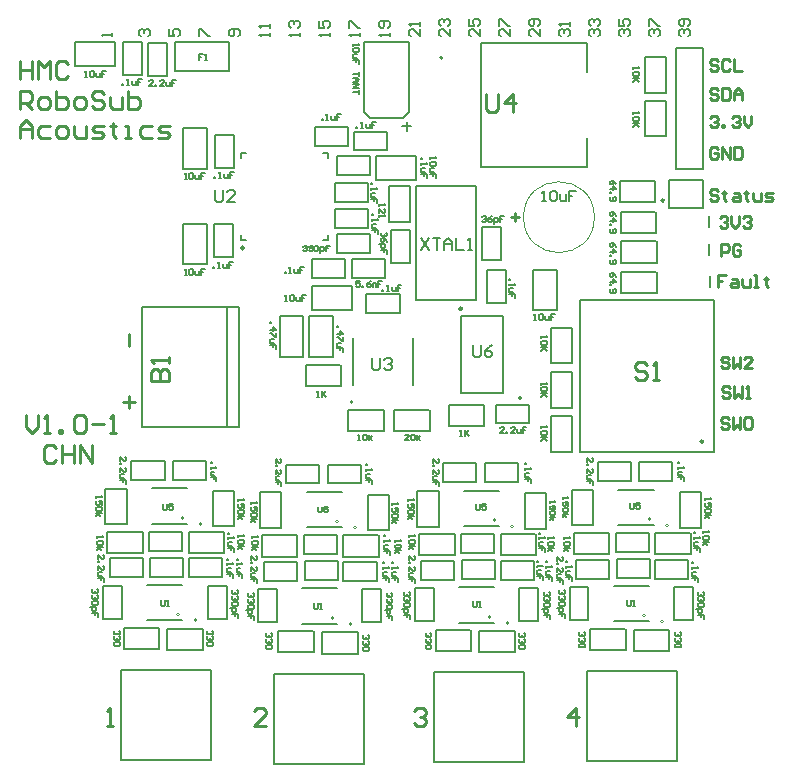
<source format=gto>
G04*
G04 #@! TF.GenerationSoftware,Altium Limited,Altium Designer,19.1.8 (144)*
G04*
G04 Layer_Color=65535*
%FSLAX25Y25*%
%MOIN*%
G70*
G01*
G75*
%ADD10C,0.00394*%
%ADD11C,0.00787*%
%ADD12C,0.00500*%
%ADD13C,0.00000*%
%ADD14C,0.01000*%
%ADD15C,0.00984*%
%ADD16C,0.00800*%
%ADD17C,0.00600*%
%ADD18R,0.01000X0.04000*%
D10*
X232677Y272835D02*
G03*
X232677Y272835I-11811J0D01*
G01*
D11*
X182028Y325984D02*
G03*
X182028Y325984I-394J0D01*
G01*
X152098Y211303D02*
G03*
X152098Y211303I-394J0D01*
G01*
X241609Y247441D02*
Y254528D01*
X253420Y247441D02*
Y250984D01*
X241609Y247441D02*
X253420D01*
X241609Y254528D02*
X253223D01*
X253420Y250984D02*
Y254528D01*
X241609Y257677D02*
Y264764D01*
X253420Y257677D02*
Y261221D01*
X241609Y257677D02*
X253420D01*
X241609Y264764D02*
X253223D01*
X253420Y261221D02*
Y264764D01*
X241412Y267520D02*
Y274606D01*
X253223Y267520D02*
Y271063D01*
X241412Y267520D02*
X253223D01*
X241412Y274606D02*
X253027D01*
X253223Y271063D02*
Y274606D01*
X253027Y277756D02*
Y284842D01*
X241215Y281299D02*
Y284842D01*
X253027D01*
X241412Y277756D02*
X253027D01*
X241215D02*
Y281299D01*
X195141Y269496D02*
X198291D01*
X195141Y258472D02*
Y269496D01*
Y258472D02*
X201441D01*
Y269496D01*
X198291D02*
X201441D01*
X200000Y244094D02*
X203150D01*
X203150D02*
Y255118D01*
X196850D02*
X203150D01*
X196850Y244094D02*
Y255118D01*
X196850Y244094D02*
X200000D01*
X212205Y255315D02*
X216142D01*
X212205Y241732D02*
Y255315D01*
Y241732D02*
X220079D01*
Y255315D01*
X216142D02*
X220079D01*
X195866Y203306D02*
Y210393D01*
X184055Y206850D02*
Y210393D01*
X195866D01*
X184252Y203306D02*
X195866D01*
X184055D02*
Y206850D01*
X211024Y207243D02*
Y210393D01*
X200000Y210393D02*
X211024D01*
X200000Y204094D02*
Y210393D01*
Y204094D02*
X211024D01*
Y204094D02*
Y207243D01*
X218110Y236024D02*
X225197D01*
X218110Y224213D02*
X221654D01*
X218110D02*
Y236024D01*
X225197Y224410D02*
Y236024D01*
X221654Y224213D02*
X225197D01*
X218110Y209252D02*
X225197D01*
X221654Y221063D02*
X225197D01*
Y209252D02*
Y221063D01*
X218110Y209252D02*
Y220866D01*
Y221063D02*
X221654D01*
X218110Y206496D02*
X225197D01*
X218110Y194685D02*
X221654D01*
X218110D02*
Y206496D01*
X225197Y194882D02*
Y206496D01*
X221654Y194685D02*
X225197D01*
X156693Y240903D02*
Y244052D01*
Y240903D02*
X167717D01*
Y247202D01*
X156693D02*
X167717D01*
X156693Y244052D02*
Y247202D01*
X162858Y255716D02*
Y258866D01*
X151834Y258866D02*
X162858D01*
X151834Y252567D02*
Y258866D01*
Y252567D02*
X162858D01*
Y252567D02*
Y255716D01*
X167976Y257488D02*
X171126D01*
X171126D02*
Y268512D01*
X164826D02*
X171126D01*
X164826Y257488D02*
Y268512D01*
X164827Y257488D02*
X167976D01*
X164039Y283079D02*
X171126D01*
X164039Y271268D02*
X167582D01*
X164039D02*
Y283079D01*
X171126Y271465D02*
Y283079D01*
X167582Y271268D02*
X171126D01*
X157740Y263984D02*
Y267134D01*
X146716Y267134D02*
X157740D01*
X146716Y260835D02*
Y267134D01*
Y260835D02*
X157740D01*
Y260835D02*
Y263984D01*
X157346Y272252D02*
Y275402D01*
X146323Y275402D02*
X157346D01*
X146323Y269102D02*
Y275402D01*
Y269102D02*
X157346D01*
Y269102D02*
Y272252D01*
X146126Y277764D02*
Y280913D01*
Y277764D02*
X157149D01*
Y284063D01*
X146126D02*
X157149D01*
X146126Y280913D02*
Y284063D01*
X157740Y289968D02*
Y293118D01*
X146716Y293118D02*
X157740D01*
X146716Y286819D02*
Y293118D01*
Y286819D02*
X157740D01*
Y286819D02*
Y289968D01*
X173291Y289181D02*
Y293118D01*
X159708D02*
X173291D01*
X159708Y285244D02*
Y293118D01*
Y285244D02*
X173291D01*
Y289181D01*
X163645Y298236D02*
Y301386D01*
X152622Y301386D02*
X163645D01*
X152622Y295087D02*
Y301386D01*
Y295087D02*
X163645D01*
Y295087D02*
Y298236D01*
X163386Y331201D02*
X170866D01*
X168865Y305906D02*
X170866Y307907D01*
X157907Y305906D02*
X168865D01*
X155905Y307907D02*
X157907Y305906D01*
X155905Y307874D02*
Y331102D01*
X163386Y331201D01*
X170866Y307907D02*
Y331102D01*
X168504Y303150D02*
X171653Y303248D01*
X170079Y301575D02*
Y304724D01*
X150653Y299811D02*
Y302961D01*
X139630Y302961D02*
X150653D01*
X139630Y296661D02*
Y302961D01*
Y296661D02*
X150653D01*
Y296661D02*
Y299811D01*
X92874Y321654D02*
Y326378D01*
Y321654D02*
X111024D01*
Y331102D01*
X92874D02*
X111024D01*
X92874Y326378D02*
Y331102D01*
X106165Y300205D02*
X109315D01*
X106165Y289181D02*
Y300205D01*
Y289181D02*
X112464D01*
Y300205D01*
X109315D02*
X112464D01*
X99472Y288984D02*
X103409D01*
Y302567D01*
X95535D02*
X103409D01*
X95535Y288984D02*
Y302567D01*
Y288984D02*
X99472D01*
X83858Y330906D02*
X87008D01*
X83858Y319882D02*
Y330906D01*
Y319882D02*
X90158D01*
Y330906D01*
X87008D02*
X90158D01*
X75590Y331102D02*
X78740D01*
X75590Y320079D02*
Y331102D01*
Y320079D02*
X81890D01*
Y331102D01*
X78740D02*
X81890D01*
X73032Y327165D02*
Y331102D01*
X59449D02*
X73032D01*
X59449Y323228D02*
Y331102D01*
Y323228D02*
X73032D01*
Y327165D01*
X249606Y299803D02*
X256693D01*
X253150Y311614D02*
X256693D01*
Y299803D02*
Y311614D01*
X249606Y299803D02*
Y311417D01*
Y311614D02*
X253150D01*
X249606Y314370D02*
X256693D01*
X253150Y326181D02*
X256693D01*
Y314370D02*
Y326181D01*
X249606Y314370D02*
Y325984D01*
Y326181D02*
X253150D01*
X138449Y252567D02*
Y255716D01*
Y252567D02*
X149472D01*
Y258866D01*
X138449D02*
X149472D01*
X138449Y255716D02*
Y258866D01*
X152014Y245874D02*
Y249811D01*
X138432D02*
X152014D01*
X138432Y241937D02*
Y249811D01*
Y241937D02*
X152014D01*
Y245874D01*
X105771Y270677D02*
X108921D01*
X105771Y259653D02*
Y270677D01*
Y259653D02*
X112071D01*
Y270677D01*
X108921D02*
X112071D01*
X99472Y257095D02*
X103409D01*
Y270677D01*
X95535D02*
X103409D01*
X95535Y257095D02*
Y270677D01*
Y257095D02*
X99472D01*
X127819Y239772D02*
X131756D01*
X127819Y226189D02*
Y239772D01*
Y226189D02*
X135693D01*
Y239772D01*
X131756D02*
X135693D01*
X137661D02*
X141598D01*
X137661Y226189D02*
Y239772D01*
Y226189D02*
X145535D01*
Y239772D01*
X141598D02*
X145535D01*
X136417Y216535D02*
Y223622D01*
X148228Y216535D02*
Y220079D01*
X136417Y216535D02*
X148228D01*
X136417Y223622D02*
X148031D01*
X148228Y220079D02*
Y223622D01*
X165945Y201617D02*
Y208704D01*
X177756Y201617D02*
Y205160D01*
X165945Y201617D02*
X177756D01*
X165945Y208704D02*
X177559D01*
X177756Y205160D02*
Y208704D01*
X162402Y201617D02*
Y208704D01*
X150591Y205160D02*
Y208704D01*
X162402D01*
X150787Y201617D02*
X162402D01*
X150591D02*
Y205160D01*
X247655Y184872D02*
Y188022D01*
Y184872D02*
X258678D01*
Y191171D01*
X247655D02*
X258678D01*
X247655Y188022D02*
Y191171D01*
X244899Y188022D02*
Y191171D01*
X233875Y191171D02*
X244899D01*
X233875Y184872D02*
Y191171D01*
Y184872D02*
X244899D01*
Y184872D02*
Y188022D01*
X196080Y187628D02*
Y190778D01*
Y190778D02*
X207103D01*
Y184478D02*
Y190778D01*
X196080Y184478D02*
X207103D01*
X196080Y184478D02*
Y187628D01*
X193324Y184478D02*
Y187628D01*
X182300Y184478D02*
X193324D01*
X182300D02*
Y190778D01*
X193324D01*
Y187628D02*
Y190778D01*
X143718Y187234D02*
Y190384D01*
Y190384D02*
X154741D01*
Y184085D02*
Y190384D01*
X143718Y184085D02*
X154741D01*
X143718Y184085D02*
Y187234D01*
X140962Y184085D02*
Y187234D01*
X129938Y184085D02*
X140962D01*
X129938D02*
Y190384D01*
X140962D01*
Y187234D02*
Y190384D01*
X92143Y188415D02*
Y191565D01*
Y191565D02*
X103166D01*
Y185266D02*
Y191565D01*
X92143Y185266D02*
X103166D01*
X92143Y185266D02*
Y188415D01*
X124803Y169321D02*
X128347D01*
Y169518D02*
Y181132D01*
X121260Y169321D02*
Y181132D01*
Y169321D02*
X124803D01*
X121260Y181132D02*
X128347D01*
X160647Y168550D02*
X164190D01*
Y168747D02*
Y180361D01*
X157103Y168550D02*
Y180361D01*
Y168550D02*
X160647D01*
X157103Y180361D02*
X164190D01*
X177165Y169715D02*
X180709D01*
Y169912D02*
Y181526D01*
X173622Y169715D02*
Y181526D01*
Y169715D02*
X177165D01*
X173622Y181526D02*
X180709D01*
X213009Y168944D02*
X216552D01*
Y169141D02*
Y180755D01*
X209466Y168944D02*
Y180755D01*
Y168944D02*
X213009D01*
X209466Y180755D02*
X216552D01*
X225197Y181919D02*
X232283D01*
X225197Y170108D02*
X228740D01*
X225197D02*
Y181919D01*
X232283Y170305D02*
Y181919D01*
X228740Y170108D02*
X232283D01*
X261040Y181149D02*
X268127D01*
X261040Y169338D02*
X264584D01*
X261040D02*
Y181149D01*
X268127Y169535D02*
Y181149D01*
X264584Y169338D02*
X268127D01*
X252970Y160463D02*
Y167549D01*
X264780Y160463D02*
Y164006D01*
X252970Y160463D02*
X264780D01*
X252970Y167549D02*
X264584D01*
X264780Y164006D02*
Y167549D01*
X239780Y161250D02*
Y164400D01*
Y161250D02*
X250804D01*
Y167549D01*
X239780D02*
X250804D01*
X239780Y164400D02*
Y167549D01*
X252970Y152375D02*
Y155525D01*
Y152375D02*
X263993D01*
Y158674D01*
X252970D02*
X263993D01*
X252970Y155525D02*
Y158674D01*
X240158Y152551D02*
Y155701D01*
Y152551D02*
X251181D01*
Y158850D01*
X240158D02*
X251181D01*
X240158Y155701D02*
Y158850D01*
X237615Y160463D02*
Y167549D01*
X225804Y164006D02*
Y167549D01*
X237615D01*
X226001Y160463D02*
X237615D01*
X225804D02*
Y164006D01*
X237598Y155525D02*
Y158674D01*
X226575Y158674D02*
X237598D01*
X226575Y152375D02*
Y158674D01*
Y152375D02*
X237598D01*
Y152375D02*
Y155525D01*
X213206Y163612D02*
Y167156D01*
X201395D02*
X213009D01*
X201395Y160069D02*
X213206D01*
Y163612D01*
X201395Y160069D02*
Y167156D01*
X188206Y164006D02*
Y167156D01*
Y167156D02*
X199229D01*
Y160856D02*
Y167156D01*
X188206Y160856D02*
X199229D01*
X188206Y160856D02*
Y164006D01*
X201395Y155131D02*
Y158281D01*
Y158281D02*
X212418D01*
Y151981D02*
Y158281D01*
X201395Y151981D02*
X212418D01*
X201395Y151981D02*
Y155131D01*
X188583Y155307D02*
Y158457D01*
Y158457D02*
X199606D01*
Y152157D02*
Y158457D01*
X188583Y152157D02*
X199606D01*
X188583Y152157D02*
Y155307D01*
X174229Y160069D02*
Y163612D01*
X174426Y160069D02*
X186040D01*
X174229Y167156D02*
X186040D01*
X174229Y163612D02*
Y167156D01*
X186040Y160069D02*
Y167156D01*
X186024Y151981D02*
Y155131D01*
X175000Y151981D02*
X186024D01*
X175000D02*
Y158281D01*
X186024D01*
Y155131D02*
Y158281D01*
X160844Y163219D02*
Y166762D01*
X149032D02*
X160647D01*
X149032Y159675D02*
X160844D01*
Y163219D01*
X149032Y159675D02*
Y166762D01*
X135844Y163612D02*
Y166762D01*
Y166762D02*
X146867D01*
Y160463D02*
Y166762D01*
X135844Y160463D02*
X146867D01*
X135844Y160463D02*
Y163612D01*
X121867Y159675D02*
Y163219D01*
X122064Y159675D02*
X133678D01*
X121867Y166762D02*
X133678D01*
X121867Y163219D02*
Y166762D01*
X133678Y159675D02*
Y166762D01*
X149032Y154737D02*
Y157887D01*
Y157887D02*
X160056D01*
Y151588D02*
Y157887D01*
X149032Y151588D02*
X160056D01*
X149032Y151588D02*
Y154737D01*
X136221Y154913D02*
Y158063D01*
Y158063D02*
X147244D01*
Y151764D02*
Y158063D01*
X136221Y151764D02*
X147244D01*
X136221Y151764D02*
Y154913D01*
X133661Y151588D02*
Y154737D01*
X122638Y151588D02*
X133661D01*
X122638D02*
Y157887D01*
X133661D01*
Y154737D02*
Y157887D01*
X262414Y138583D02*
X265564D01*
X265564D02*
Y149606D01*
X259265D02*
X265564D01*
X259265Y138583D02*
Y149606D01*
X259265Y138583D02*
X262414D01*
X227538D02*
X230688D01*
X230688D02*
Y149606D01*
X224389D02*
X230688D01*
X224389Y138583D02*
Y149606D01*
X224389Y138583D02*
X227538D01*
X207690Y138189D02*
X210840D01*
X207690D02*
Y149213D01*
X213989D01*
Y138189D02*
Y149213D01*
X210840Y138189D02*
X213989D01*
X172814D02*
X175964D01*
X172814D02*
Y149213D01*
X179113D01*
Y138189D02*
Y149213D01*
X175964Y138189D02*
X179113D01*
X155328Y137795D02*
X158477D01*
X155328D02*
Y148819D01*
X161627D01*
Y137795D02*
Y148819D01*
X158477Y137795D02*
X161627D01*
X120452D02*
X123601D01*
X120452D02*
Y148819D01*
X126751D01*
Y137795D02*
Y148819D01*
X123601Y137795D02*
X126751D01*
X257677Y128129D02*
Y135216D01*
X245866Y131672D02*
Y135216D01*
X257677D01*
X246063Y128129D02*
X257677D01*
X245866D02*
Y131672D01*
X231299Y128523D02*
Y135609D01*
X243110Y128523D02*
Y132066D01*
X231299Y128523D02*
X243110D01*
X231299Y135609D02*
X242913D01*
X243110Y132066D02*
Y135609D01*
X194291Y127735D02*
Y131279D01*
X194488Y127735D02*
X206102D01*
X194291Y134822D02*
X206102D01*
X194291Y131279D02*
Y134822D01*
X206102Y127735D02*
Y134822D01*
X191535Y131672D02*
Y135216D01*
X179724D02*
X191339D01*
X179724Y128129D02*
X191535D01*
Y131672D01*
X179724Y128129D02*
Y135216D01*
X141929Y127341D02*
Y130885D01*
X142126Y127341D02*
X153740D01*
X141929Y134428D02*
X153740D01*
X141929Y130885D02*
Y134428D01*
X153740Y127341D02*
Y134428D01*
X127362Y127735D02*
Y134822D01*
X139173Y127735D02*
Y131279D01*
X127362Y127735D02*
X139173D01*
X127362Y134822D02*
X138976D01*
X139173Y131279D02*
Y134822D01*
X89387Y185266D02*
Y188415D01*
X78363Y185266D02*
X89387D01*
X78363D02*
Y191565D01*
X89387D01*
Y188415D02*
Y191565D01*
X73228Y170502D02*
X76772D01*
Y170699D02*
Y182313D01*
X69685Y170502D02*
Y182313D01*
Y170502D02*
X73228D01*
X69685Y182313D02*
X76772D01*
X109072Y169731D02*
X112615D01*
Y169928D02*
Y181542D01*
X105529Y169731D02*
Y181542D01*
Y169731D02*
X109072D01*
X105529Y181542D02*
X112615D01*
X109269Y164400D02*
Y167943D01*
X97458D02*
X109072D01*
X97458Y160856D02*
X109269D01*
Y164400D01*
X97458Y160856D02*
Y167943D01*
X84269Y164793D02*
Y167943D01*
Y167943D02*
X95292D01*
Y161644D02*
Y167943D01*
X84269Y161644D02*
X95292D01*
X84269Y161644D02*
Y164793D01*
X70292Y160856D02*
Y164400D01*
X70489Y160856D02*
X82103D01*
X70292Y167943D02*
X82103D01*
X70292Y164400D02*
Y167943D01*
X82103Y160856D02*
Y167943D01*
X84646Y156095D02*
Y159244D01*
Y159244D02*
X95669D01*
Y152945D02*
Y159244D01*
X84646Y152945D02*
X95669D01*
X84646Y152945D02*
Y156095D01*
X97458Y155918D02*
Y159068D01*
Y159068D02*
X108481D01*
Y152769D02*
Y159068D01*
X97458Y152769D02*
X108481D01*
X97458Y152769D02*
Y155918D01*
X82087Y152769D02*
Y155918D01*
X71063Y152769D02*
X82087D01*
X71063D02*
Y159068D01*
X82087D01*
Y155918D02*
Y159068D01*
X68877Y138976D02*
X72026D01*
X68877D02*
Y150000D01*
X75176D01*
Y138976D02*
Y150000D01*
X72026Y138976D02*
X75176D01*
X103753D02*
X106903D01*
X103753D02*
Y150000D01*
X110052D01*
Y138976D02*
Y150000D01*
X106903Y138976D02*
X110052D01*
X90354Y128523D02*
Y132066D01*
X90551Y128523D02*
X102165D01*
X90354Y135609D02*
X102165D01*
X90354Y132066D02*
Y135609D01*
X102165Y128523D02*
Y135609D01*
X87598Y132460D02*
Y136003D01*
X75787D02*
X87402D01*
X75787Y128916D02*
X87598D01*
Y132460D01*
X75787Y128916D02*
Y136003D01*
X272441Y194567D02*
Y245354D01*
X227953D02*
X272441D01*
X227953Y194567D02*
Y245354D01*
Y194567D02*
X272441D01*
X257382Y279183D02*
Y285236D01*
Y275787D02*
Y282037D01*
Y275787D02*
X268799D01*
Y285236D01*
X257382D02*
X268799D01*
X173212Y245087D02*
X193212D01*
Y283276D01*
X173212D02*
X193212D01*
X173212Y245087D02*
Y283276D01*
X259842Y289055D02*
Y329213D01*
Y289055D02*
X268898D01*
Y329213D01*
X259842D02*
X268898D01*
X114826Y265165D02*
X116500D01*
X114826D02*
Y266839D01*
Y292626D02*
Y294299D01*
X116500D01*
X142287D02*
X143960D01*
Y292626D02*
Y294299D01*
X142287Y265165D02*
X143960D01*
Y266839D01*
X174803Y265747D02*
X177427Y261811D01*
Y265747D02*
X174803Y261811D01*
X178739Y265747D02*
X181363D01*
X180051D01*
Y261811D01*
X182675D02*
Y264435D01*
X183986Y265747D01*
X185299Y264435D01*
Y261811D01*
Y263779D01*
X182675D01*
X186610Y265747D02*
Y261811D01*
X189234D01*
X190546D02*
X191858D01*
X191202D01*
Y265747D01*
X190546Y265091D01*
X158661Y225983D02*
Y222703D01*
X159317Y222047D01*
X160629D01*
X161285Y222703D01*
Y225983D01*
X162597Y225327D02*
X163253Y225983D01*
X164565D01*
X165221Y225327D01*
Y224671D01*
X164565Y224015D01*
X163909D01*
X164565D01*
X165221Y223359D01*
Y222703D01*
X164565Y222047D01*
X163253D01*
X162597Y222703D01*
X106299Y281889D02*
Y278609D01*
X106955Y277953D01*
X108267D01*
X108923Y278609D01*
Y281889D01*
X112859Y277953D02*
X110235D01*
X112859Y280577D01*
Y281233D01*
X112203Y281889D01*
X110891D01*
X110235Y281233D01*
D12*
X208276Y212538D02*
G03*
X208276Y212538I-500J0D01*
G01*
X230276Y91486D02*
X260276D01*
X230276Y121486D02*
X260276D01*
Y91486D02*
Y121486D01*
X230276Y95463D02*
Y121486D01*
Y91486D02*
Y95463D01*
X179095Y91092D02*
X209095D01*
X179095Y121092D02*
X209095D01*
Y91092D02*
Y121092D01*
X179095Y95069D02*
Y121092D01*
Y91092D02*
Y95069D01*
X125945Y90699D02*
X155945D01*
X125945Y120699D02*
X155945D01*
Y90699D02*
Y120699D01*
X125945Y94675D02*
Y120699D01*
Y90699D02*
Y94675D01*
X74764Y91880D02*
X104764D01*
X74764Y121880D02*
X104764D01*
Y91880D02*
Y121880D01*
X74764Y95856D02*
Y121880D01*
Y91880D02*
Y95856D01*
X230040Y289724D02*
X230060Y299193D01*
X230040Y330748D02*
X230060Y321280D01*
X195001Y330748D02*
X230040D01*
X195001Y289724D02*
X230040D01*
X195001D02*
Y330748D01*
X172087Y216929D02*
Y232677D01*
X152323Y216929D02*
Y232677D01*
X83559Y138480D02*
X95370D01*
X83559Y150291D02*
X95370D01*
X189092Y181652D02*
X200903D01*
X189092Y169841D02*
X200903D01*
X187496Y149504D02*
X199307D01*
X187496Y137693D02*
X199307D01*
X136729Y181258D02*
X148540D01*
X136729Y169447D02*
X148540D01*
X135134Y149110D02*
X146945D01*
X135134Y137299D02*
X146945D01*
X85154Y182439D02*
X96966D01*
X85154Y170628D02*
X96966D01*
X110236Y202992D02*
Y242992D01*
X81890Y202992D02*
X110236D01*
X114173D01*
Y242992D01*
X110236D02*
X114173D01*
X81890D02*
X110236D01*
X81890Y202992D02*
Y242992D01*
X240666Y170234D02*
X252477D01*
X240666Y182045D02*
X252477D01*
X239071Y138087D02*
X250882D01*
X239071Y149898D02*
X250882D01*
X244488Y177558D02*
Y175918D01*
X244816Y175591D01*
X245472D01*
X245800Y175918D01*
Y177558D01*
X247768D02*
X246456D01*
Y176575D01*
X247112Y176902D01*
X247440D01*
X247768Y176575D01*
Y175918D01*
X247440Y175591D01*
X246784D01*
X246456Y175918D01*
X193307Y177165D02*
Y175525D01*
X193635Y175197D01*
X194291D01*
X194619Y175525D01*
Y177165D01*
X196587D02*
X195275D01*
Y176181D01*
X195931Y176509D01*
X196259D01*
X196587Y176181D01*
Y175525D01*
X196259Y175197D01*
X195603D01*
X195275Y175525D01*
X140551Y176377D02*
Y174737D01*
X140879Y174409D01*
X141535D01*
X141863Y174737D01*
Y176377D01*
X143831D02*
X142519D01*
Y175393D01*
X143175Y175721D01*
X143503D01*
X143831Y175393D01*
Y174737D01*
X143503Y174409D01*
X142847D01*
X142519Y174737D01*
X243701Y145275D02*
Y143635D01*
X244029Y143307D01*
X244685D01*
X245013Y143635D01*
Y145275D01*
X245669Y143307D02*
X246325D01*
X245997D01*
Y145275D01*
X245669Y144947D01*
X192126Y144881D02*
Y143241D01*
X192454Y142913D01*
X193110D01*
X193438Y143241D01*
Y144881D01*
X194094Y142913D02*
X194750D01*
X194422D01*
Y144881D01*
X194094Y144553D01*
X139370Y144094D02*
Y142454D01*
X139698Y142126D01*
X140354D01*
X140682Y142454D01*
Y144094D01*
X141338Y142126D02*
X141994D01*
X141666D01*
Y144094D01*
X141338Y143766D01*
X88976Y177165D02*
Y175525D01*
X89304Y175197D01*
X89960D01*
X90288Y175525D01*
Y177165D01*
X92256D02*
X90944D01*
Y176181D01*
X91600Y176509D01*
X91928D01*
X92256Y176181D01*
Y175525D01*
X91928Y175197D01*
X91272D01*
X90944Y175525D01*
X88189Y145275D02*
Y143635D01*
X88517Y143307D01*
X89173D01*
X89501Y143635D01*
Y145275D01*
X90157Y143307D02*
X90813D01*
X90485D01*
Y145275D01*
X90157Y144947D01*
X217388Y148031D02*
X217716Y147704D01*
Y147048D01*
X217388Y146720D01*
X217060D01*
X216732Y147048D01*
Y147376D01*
Y147048D01*
X216404Y146720D01*
X216076D01*
X215748Y147048D01*
Y147704D01*
X216076Y148031D01*
X217388Y146064D02*
X217716Y145736D01*
Y145080D01*
X217388Y144752D01*
X217060D01*
X216732Y145080D01*
Y145408D01*
Y145080D01*
X216404Y144752D01*
X216076D01*
X215748Y145080D01*
Y145736D01*
X216076Y146064D01*
X217388Y144096D02*
X217716Y143768D01*
Y143112D01*
X217388Y142784D01*
X216076D01*
X215748Y143112D01*
Y143768D01*
X216076Y144096D01*
X217388D01*
X215092Y142128D02*
X217060D01*
Y141144D01*
X216732Y140816D01*
X216076D01*
X215748Y141144D01*
Y142128D01*
X217716Y138848D02*
Y140160D01*
X216732D01*
Y139504D01*
Y140160D01*
X215748D01*
X170866Y158531D02*
Y159843D01*
X172178Y158531D01*
X172506D01*
X172834Y158859D01*
Y159514D01*
X172506Y159843D01*
X170866Y157875D02*
X171194D01*
Y157547D01*
X170866D01*
Y157875D01*
Y154923D02*
Y156235D01*
X172178Y154923D01*
X172506D01*
X172834Y155251D01*
Y155907D01*
X172506Y156235D01*
X172178Y154267D02*
X171194D01*
X170866Y153939D01*
Y152955D01*
X172178D01*
X172834Y150987D02*
Y152299D01*
X171850D01*
Y151643D01*
Y152299D01*
X170866D01*
X213484Y158366D02*
X213812D01*
Y158038D01*
X213484D01*
Y158366D01*
Y156726D02*
Y156070D01*
Y156398D01*
X215452D01*
X215124Y156726D01*
X214796Y155086D02*
X213812D01*
X213484Y154758D01*
Y153774D01*
X214796D01*
X215452Y151807D02*
Y153119D01*
X214468D01*
Y152463D01*
Y153119D01*
X213484D01*
X216437Y158268D02*
X216765D01*
Y157940D01*
X216437D01*
Y158268D01*
Y156628D02*
Y155972D01*
Y156300D01*
X218405D01*
X218077Y156628D01*
X217749Y154988D02*
X216765D01*
X216437Y154660D01*
Y153676D01*
X217749D01*
X218405Y151708D02*
Y153020D01*
X217421D01*
Y152364D01*
Y153020D01*
X216437D01*
X170931Y148031D02*
X171259Y147704D01*
Y147048D01*
X170931Y146720D01*
X170603D01*
X170275Y147048D01*
Y147376D01*
Y147048D01*
X169947Y146720D01*
X169619D01*
X169291Y147048D01*
Y147704D01*
X169619Y148031D01*
X170931Y146064D02*
X171259Y145736D01*
Y145080D01*
X170931Y144752D01*
X170603D01*
X170275Y145080D01*
Y145408D01*
Y145080D01*
X169947Y144752D01*
X169619D01*
X169291Y145080D01*
Y145736D01*
X169619Y146064D01*
X170931Y144096D02*
X171259Y143768D01*
Y143112D01*
X170931Y142784D01*
X169619D01*
X169291Y143112D01*
Y143768D01*
X169619Y144096D01*
X170931D01*
X168635Y142128D02*
X170603D01*
Y141144D01*
X170275Y140816D01*
X169619D01*
X169291Y141144D01*
Y142128D01*
X171259Y138848D02*
Y140160D01*
X170275D01*
Y139504D01*
Y140160D01*
X169291D01*
X214272Y167717D02*
X214600D01*
Y167389D01*
X214272D01*
Y167717D01*
Y166077D02*
Y165421D01*
Y165749D01*
X216240D01*
X215912Y166077D01*
X215584Y164437D02*
X214600D01*
X214272Y164109D01*
Y163125D01*
X215584D01*
X216240Y161157D02*
Y162469D01*
X215256D01*
Y161813D01*
Y162469D01*
X214272D01*
X178740Y190814D02*
Y192126D01*
X180052Y190814D01*
X180380D01*
X180708Y191142D01*
Y191798D01*
X180380Y192126D01*
X178740Y190158D02*
X179068D01*
Y189830D01*
X178740D01*
Y190158D01*
Y187206D02*
Y188518D01*
X180052Y187206D01*
X180380D01*
X180708Y187534D01*
Y188190D01*
X180380Y188518D01*
X180052Y186550D02*
X179068D01*
X178740Y186222D01*
Y185239D01*
X180052D01*
X180708Y183271D02*
Y184582D01*
X179724D01*
Y183927D01*
Y184582D01*
X178740D01*
X209449Y190945D02*
X209777D01*
Y190617D01*
X209449D01*
Y190945D01*
Y189305D02*
Y188649D01*
Y188977D01*
X211417D01*
X211089Y189305D01*
X210761Y187665D02*
X209777D01*
X209449Y187337D01*
Y186353D01*
X210761D01*
X211417Y184385D02*
Y185697D01*
X210433D01*
Y185041D01*
Y185697D01*
X209449D01*
X209120Y134252D02*
X209448Y133924D01*
Y133268D01*
X209120Y132940D01*
X208792D01*
X208464Y133268D01*
Y133596D01*
Y133268D01*
X208136Y132940D01*
X207808D01*
X207480Y133268D01*
Y133924D01*
X207808Y134252D01*
X209120Y132284D02*
X209448Y131956D01*
Y131300D01*
X209120Y130972D01*
X208792D01*
X208464Y131300D01*
Y131628D01*
Y131300D01*
X208136Y130972D01*
X207808D01*
X207480Y131300D01*
Y131956D01*
X207808Y132284D01*
X209120Y130316D02*
X209448Y129988D01*
Y129332D01*
X209120Y129004D01*
X207808D01*
X207480Y129332D01*
Y129988D01*
X207808Y130316D01*
X209120D01*
X178018Y134252D02*
X178346Y133924D01*
Y133268D01*
X178018Y132940D01*
X177690D01*
X177362Y133268D01*
Y133596D01*
Y133268D01*
X177034Y132940D01*
X176706D01*
X176378Y133268D01*
Y133924D01*
X176706Y134252D01*
X178018Y132284D02*
X178346Y131956D01*
Y131300D01*
X178018Y130972D01*
X177690D01*
X177362Y131300D01*
Y131628D01*
Y131300D01*
X177034Y130972D01*
X176706D01*
X176378Y131300D01*
Y131956D01*
X176706Y132284D01*
X178018Y130316D02*
X178346Y129988D01*
Y129332D01*
X178018Y129004D01*
X176706D01*
X176378Y129332D01*
Y129988D01*
X176706Y130316D01*
X178018D01*
X217717Y178347D02*
Y177690D01*
Y178018D01*
X219684D01*
X219356Y178347D01*
X219684Y175395D02*
Y176707D01*
X218701D01*
X219028Y176051D01*
Y175723D01*
X218701Y175395D01*
X218044D01*
X217717Y175723D01*
Y176379D01*
X218044Y176707D01*
X219356Y174739D02*
X219684Y174411D01*
Y173755D01*
X219356Y173427D01*
X218044D01*
X217717Y173755D01*
Y174411D01*
X218044Y174739D01*
X219356D01*
X217717Y172771D02*
X219684D01*
X218373D02*
X219028Y171787D01*
X218373Y172771D02*
X217717Y171787D01*
X217224Y166142D02*
Y165486D01*
Y165814D01*
X219192D01*
X218864Y166142D01*
Y164502D02*
X219192Y164174D01*
Y163518D01*
X218864Y163190D01*
X217552D01*
X217224Y163518D01*
Y164174D01*
X217552Y164502D01*
X218864D01*
X217224Y162534D02*
X219192D01*
X217880D02*
X218536Y161550D01*
X217880Y162534D02*
X217224Y161550D01*
X170866Y166929D02*
Y166273D01*
Y166601D01*
X172834D01*
X172506Y166929D01*
Y165289D02*
X172834Y164961D01*
Y164305D01*
X172506Y163977D01*
X171194D01*
X170866Y164305D01*
Y164961D01*
X171194Y165289D01*
X172506D01*
X170866Y163321D02*
X172834D01*
X171522D02*
X172178Y162337D01*
X171522Y163321D02*
X170866Y162337D01*
X170472Y178740D02*
Y178084D01*
Y178412D01*
X172440D01*
X172112Y178740D01*
X172440Y175788D02*
Y177100D01*
X171456D01*
X171784Y176444D01*
Y176116D01*
X171456Y175788D01*
X170800D01*
X170472Y176116D01*
Y176772D01*
X170800Y177100D01*
X172112Y175132D02*
X172440Y174804D01*
Y174148D01*
X172112Y173820D01*
X170800D01*
X170472Y174148D01*
Y174804D01*
X170800Y175132D01*
X172112D01*
X170472Y173165D02*
X172440D01*
X171128D02*
X171784Y172181D01*
X171128Y173165D02*
X170472Y172181D01*
X165026Y147638D02*
X165354Y147310D01*
Y146654D01*
X165026Y146326D01*
X164698D01*
X164370Y146654D01*
Y146982D01*
Y146654D01*
X164042Y146326D01*
X163714D01*
X163386Y146654D01*
Y147310D01*
X163714Y147638D01*
X165026Y145670D02*
X165354Y145342D01*
Y144686D01*
X165026Y144358D01*
X164698D01*
X164370Y144686D01*
Y145014D01*
Y144686D01*
X164042Y144358D01*
X163714D01*
X163386Y144686D01*
Y145342D01*
X163714Y145670D01*
X165026Y143702D02*
X165354Y143374D01*
Y142718D01*
X165026Y142390D01*
X163714D01*
X163386Y142718D01*
Y143374D01*
X163714Y143702D01*
X165026D01*
X162730Y141734D02*
X164698D01*
Y140750D01*
X164370Y140422D01*
X163714D01*
X163386Y140750D01*
Y141734D01*
X165354Y138454D02*
Y139766D01*
X164370D01*
Y139110D01*
Y139766D01*
X163386D01*
X118110Y158531D02*
Y159843D01*
X119422Y158531D01*
X119750D01*
X120078Y158859D01*
Y159514D01*
X119750Y159843D01*
X118110Y157875D02*
X118438D01*
Y157547D01*
X118110D01*
Y157875D01*
Y154923D02*
Y156235D01*
X119422Y154923D01*
X119750D01*
X120078Y155251D01*
Y155907D01*
X119750Y156235D01*
X119422Y154267D02*
X118438D01*
X118110Y153939D01*
Y152955D01*
X119422D01*
X120078Y150987D02*
Y152299D01*
X119094D01*
Y151643D01*
Y152299D01*
X118110D01*
X162205Y157874D02*
X162533D01*
Y157546D01*
X162205D01*
Y157874D01*
Y156234D02*
Y155578D01*
Y155906D01*
X164173D01*
X163845Y156234D01*
X163517Y154594D02*
X162533D01*
X162205Y154266D01*
Y153282D01*
X163517D01*
X164173Y151314D02*
Y152626D01*
X163189D01*
Y151970D01*
Y152626D01*
X162205D01*
X165354Y157874D02*
X165682D01*
Y157546D01*
X165354D01*
Y157874D01*
Y156234D02*
Y155578D01*
Y155906D01*
X167322D01*
X166994Y156234D01*
X166666Y154594D02*
X165682D01*
X165354Y154266D01*
Y153282D01*
X166666D01*
X167322Y151314D02*
Y152626D01*
X166338D01*
Y151970D01*
Y152626D01*
X165354D01*
X118963Y147638D02*
X119291Y147310D01*
Y146654D01*
X118963Y146326D01*
X118635D01*
X118307Y146654D01*
Y146982D01*
Y146654D01*
X117979Y146326D01*
X117651D01*
X117323Y146654D01*
Y147310D01*
X117651Y147638D01*
X118963Y145670D02*
X119291Y145342D01*
Y144686D01*
X118963Y144358D01*
X118635D01*
X118307Y144686D01*
Y145014D01*
Y144686D01*
X117979Y144358D01*
X117651D01*
X117323Y144686D01*
Y145342D01*
X117651Y145670D01*
X118963Y143702D02*
X119291Y143374D01*
Y142718D01*
X118963Y142390D01*
X117651D01*
X117323Y142718D01*
Y143374D01*
X117651Y143702D01*
X118963D01*
X116667Y141734D02*
X118635D01*
Y140750D01*
X118307Y140422D01*
X117651D01*
X117323Y140750D01*
Y141734D01*
X119291Y138454D02*
Y139766D01*
X118307D01*
Y139110D01*
Y139766D01*
X117323D01*
X162598Y166929D02*
X162926D01*
Y166601D01*
X162598D01*
Y166929D01*
Y165289D02*
Y164633D01*
Y164961D01*
X164566D01*
X164238Y165289D01*
X163910Y163649D02*
X162926D01*
X162598Y163321D01*
Y162337D01*
X163910D01*
X164566Y160370D02*
Y161681D01*
X163582D01*
Y161026D01*
Y161681D01*
X162598D01*
X126378Y190814D02*
Y192126D01*
X127690Y190814D01*
X128018D01*
X128346Y191142D01*
Y191798D01*
X128018Y192126D01*
X126378Y190158D02*
X126706D01*
Y189830D01*
X126378D01*
Y190158D01*
Y187206D02*
Y188518D01*
X127690Y187206D01*
X128018D01*
X128346Y187534D01*
Y188190D01*
X128018Y188518D01*
X127690Y186550D02*
X126706D01*
X126378Y186222D01*
Y185239D01*
X127690D01*
X128346Y183271D02*
Y184582D01*
X127362D01*
Y183927D01*
Y184582D01*
X126378D01*
X156693Y190551D02*
X157021D01*
Y190223D01*
X156693D01*
Y190551D01*
Y188911D02*
Y188255D01*
Y188583D01*
X158661D01*
X158333Y188911D01*
X158005Y187271D02*
X157021D01*
X156693Y186943D01*
Y185959D01*
X158005D01*
X158661Y183992D02*
Y185303D01*
X157677D01*
Y184648D01*
Y185303D01*
X156693D01*
X157152Y133465D02*
X157480Y133137D01*
Y132481D01*
X157152Y132153D01*
X156824D01*
X156496Y132481D01*
Y132809D01*
Y132481D01*
X156168Y132153D01*
X155840D01*
X155512Y132481D01*
Y133137D01*
X155840Y133465D01*
X157152Y131497D02*
X157480Y131169D01*
Y130513D01*
X157152Y130185D01*
X156824D01*
X156496Y130513D01*
Y130841D01*
Y130513D01*
X156168Y130185D01*
X155840D01*
X155512Y130513D01*
Y131169D01*
X155840Y131497D01*
X157152Y129529D02*
X157480Y129201D01*
Y128545D01*
X157152Y128217D01*
X155840D01*
X155512Y128545D01*
Y129201D01*
X155840Y129529D01*
X157152D01*
X124868Y134252D02*
X125196Y133924D01*
Y133268D01*
X124868Y132940D01*
X124540D01*
X124212Y133268D01*
Y133596D01*
Y133268D01*
X123884Y132940D01*
X123556D01*
X123228Y133268D01*
Y133924D01*
X123556Y134252D01*
X124868Y132284D02*
X125196Y131956D01*
Y131300D01*
X124868Y130972D01*
X124540D01*
X124212Y131300D01*
Y131628D01*
Y131300D01*
X123884Y130972D01*
X123556D01*
X123228Y131300D01*
Y131956D01*
X123556Y132284D01*
X124868Y130316D02*
X125196Y129988D01*
Y129332D01*
X124868Y129004D01*
X123556D01*
X123228Y129332D01*
Y129988D01*
X123556Y130316D01*
X124868D01*
X165354Y177559D02*
Y176903D01*
Y177231D01*
X167322D01*
X166994Y177559D01*
X167322Y174607D02*
Y175919D01*
X166338D01*
X166666Y175263D01*
Y174935D01*
X166338Y174607D01*
X165682D01*
X165354Y174935D01*
Y175591D01*
X165682Y175919D01*
X166994Y173951D02*
X167322Y173623D01*
Y172967D01*
X166994Y172639D01*
X165682D01*
X165354Y172967D01*
Y173623D01*
X165682Y173951D01*
X166994D01*
X165354Y171983D02*
X167322D01*
X166010D02*
X166666Y171000D01*
X166010Y171983D02*
X165354Y171000D01*
X166142Y165354D02*
Y164698D01*
Y165026D01*
X168110D01*
X167782Y165354D01*
Y163714D02*
X168110Y163386D01*
Y162731D01*
X167782Y162402D01*
X166470D01*
X166142Y162731D01*
Y163386D01*
X166470Y163714D01*
X167782D01*
X166142Y161747D02*
X168110D01*
X166798D02*
X167454Y160763D01*
X166798Y161747D02*
X166142Y160763D01*
X118504Y166535D02*
Y165879D01*
Y166207D01*
X120472D01*
X120144Y166535D01*
Y164895D02*
X120472Y164568D01*
Y163912D01*
X120144Y163584D01*
X118832D01*
X118504Y163912D01*
Y164568D01*
X118832Y164895D01*
X120144D01*
X118504Y162928D02*
X120472D01*
X119160D02*
X119816Y161944D01*
X119160Y162928D02*
X118504Y161944D01*
X118110Y177953D02*
Y177297D01*
Y177625D01*
X120078D01*
X119750Y177953D01*
X120078Y175001D02*
Y176313D01*
X119094D01*
X119422Y175657D01*
Y175329D01*
X119094Y175001D01*
X118438D01*
X118110Y175329D01*
Y175985D01*
X118438Y176313D01*
X119750Y174345D02*
X120078Y174017D01*
Y173361D01*
X119750Y173033D01*
X118438D01*
X118110Y173361D01*
Y174017D01*
X118438Y174345D01*
X119750D01*
X118110Y172377D02*
X120078D01*
X118766D02*
X119422Y171393D01*
X118766Y172377D02*
X118110Y171393D01*
X113451Y148425D02*
X113779Y148097D01*
Y147441D01*
X113451Y147113D01*
X113123D01*
X112795Y147441D01*
Y147769D01*
Y147441D01*
X112467Y147113D01*
X112139D01*
X111811Y147441D01*
Y148097D01*
X112139Y148425D01*
X113451Y146457D02*
X113779Y146129D01*
Y145473D01*
X113451Y145145D01*
X113123D01*
X112795Y145473D01*
Y145801D01*
Y145473D01*
X112467Y145145D01*
X112139D01*
X111811Y145473D01*
Y146129D01*
X112139Y146457D01*
X113451Y144490D02*
X113779Y144161D01*
Y143506D01*
X113451Y143178D01*
X112139D01*
X111811Y143506D01*
Y144161D01*
X112139Y144490D01*
X113451D01*
X111155Y142522D02*
X113123D01*
Y141538D01*
X112795Y141210D01*
X112139D01*
X111811Y141538D01*
Y142522D01*
X113779Y139242D02*
Y140554D01*
X112795D01*
Y139898D01*
Y140554D01*
X111811D01*
X67323Y158924D02*
Y160236D01*
X68635Y158924D01*
X68963D01*
X69291Y159252D01*
Y159908D01*
X68963Y160236D01*
X67323Y158268D02*
X67651D01*
Y157940D01*
X67323D01*
Y158268D01*
Y155317D02*
Y156629D01*
X68635Y155317D01*
X68963D01*
X69291Y155645D01*
Y156300D01*
X68963Y156629D01*
X68635Y154661D02*
X67651D01*
X67323Y154333D01*
Y153349D01*
X68635D01*
X69291Y151381D02*
Y152693D01*
X68307D01*
Y152037D01*
Y152693D01*
X67323D01*
X110236Y159055D02*
X110564D01*
Y158727D01*
X110236D01*
Y159055D01*
Y157415D02*
Y156759D01*
Y157087D01*
X112204D01*
X111876Y157415D01*
X111548Y155775D02*
X110564D01*
X110236Y155447D01*
Y154463D01*
X111548D01*
X112204Y152496D02*
Y153807D01*
X111220D01*
Y153152D01*
Y153807D01*
X110236D01*
X113386Y159055D02*
X113714D01*
Y158727D01*
X113386D01*
Y159055D01*
Y157415D02*
Y156759D01*
Y157087D01*
X115354D01*
X115026Y157415D01*
X114698Y155775D02*
X113714D01*
X113386Y155447D01*
Y154463D01*
X114698D01*
X115354Y152496D02*
Y153807D01*
X114370D01*
Y153152D01*
Y153807D01*
X113386D01*
X66994Y148819D02*
X67322Y148491D01*
Y147835D01*
X66994Y147507D01*
X66666D01*
X66338Y147835D01*
Y148163D01*
Y147835D01*
X66010Y147507D01*
X65682D01*
X65354Y147835D01*
Y148491D01*
X65682Y148819D01*
X66994Y146851D02*
X67322Y146523D01*
Y145867D01*
X66994Y145539D01*
X66666D01*
X66338Y145867D01*
Y146195D01*
Y145867D01*
X66010Y145539D01*
X65682D01*
X65354Y145867D01*
Y146523D01*
X65682Y146851D01*
X66994Y144883D02*
X67322Y144555D01*
Y143899D01*
X66994Y143571D01*
X65682D01*
X65354Y143899D01*
Y144555D01*
X65682Y144883D01*
X66994D01*
X64698Y142915D02*
X66666D01*
Y141931D01*
X66338Y141603D01*
X65682D01*
X65354Y141931D01*
Y142915D01*
X67322Y139636D02*
Y140947D01*
X66338D01*
Y140292D01*
Y140947D01*
X65354D01*
X110630Y167717D02*
X110958D01*
Y167389D01*
X110630D01*
Y167717D01*
Y166077D02*
Y165421D01*
Y165749D01*
X112598D01*
X112270Y166077D01*
X111942Y164437D02*
X110958D01*
X110630Y164109D01*
Y163125D01*
X111942D01*
X112598Y161157D02*
Y162469D01*
X111614D01*
Y161813D01*
Y162469D01*
X110630D01*
X74410Y191602D02*
Y192913D01*
X75721Y191602D01*
X76049D01*
X76377Y191929D01*
Y192585D01*
X76049Y192913D01*
X74410Y190945D02*
X74737D01*
Y190618D01*
X74410D01*
Y190945D01*
Y187994D02*
Y189306D01*
X75721Y187994D01*
X76049D01*
X76377Y188322D01*
Y188978D01*
X76049Y189306D01*
X75721Y187338D02*
X74737D01*
X74410Y187010D01*
Y186026D01*
X75721D01*
X76377Y184058D02*
Y185370D01*
X75393D01*
Y184714D01*
Y185370D01*
X74410D01*
X104724Y191339D02*
X105052D01*
Y191011D01*
X104724D01*
Y191339D01*
Y189699D02*
Y189043D01*
Y189371D01*
X106692D01*
X106364Y189699D01*
X106036Y188059D02*
X105052D01*
X104724Y187731D01*
Y186747D01*
X106036D01*
X106692Y184779D02*
Y186091D01*
X105708D01*
Y185435D01*
Y186091D01*
X104724D01*
X105183Y135039D02*
X105511Y134711D01*
Y134055D01*
X105183Y133728D01*
X104855D01*
X104527Y134055D01*
Y134383D01*
Y134055D01*
X104199Y133728D01*
X103871D01*
X103543Y134055D01*
Y134711D01*
X103871Y135039D01*
X105183Y133071D02*
X105511Y132744D01*
Y132088D01*
X105183Y131760D01*
X104855D01*
X104527Y132088D01*
Y132416D01*
Y132088D01*
X104199Y131760D01*
X103871D01*
X103543Y132088D01*
Y132744D01*
X103871Y133071D01*
X105183Y131104D02*
X105511Y130776D01*
Y130120D01*
X105183Y129792D01*
X103871D01*
X103543Y130120D01*
Y130776D01*
X103871Y131104D01*
X105183D01*
X74081Y135039D02*
X74409Y134711D01*
Y134055D01*
X74081Y133728D01*
X73753D01*
X73425Y134055D01*
Y134383D01*
Y134055D01*
X73097Y133728D01*
X72769D01*
X72441Y134055D01*
Y134711D01*
X72769Y135039D01*
X74081Y133071D02*
X74409Y132744D01*
Y132088D01*
X74081Y131760D01*
X73753D01*
X73425Y132088D01*
Y132416D01*
Y132088D01*
X73097Y131760D01*
X72769D01*
X72441Y132088D01*
Y132744D01*
X72769Y133071D01*
X74081Y131104D02*
X74409Y130776D01*
Y130120D01*
X74081Y129792D01*
X72769D01*
X72441Y130120D01*
Y130776D01*
X72769Y131104D01*
X74081D01*
X113779Y178740D02*
Y178084D01*
Y178412D01*
X115747D01*
X115419Y178740D01*
X115747Y175788D02*
Y177100D01*
X114763D01*
X115091Y176444D01*
Y176116D01*
X114763Y175788D01*
X114108D01*
X113779Y176116D01*
Y176772D01*
X114108Y177100D01*
X115419Y175132D02*
X115747Y174804D01*
Y174148D01*
X115419Y173820D01*
X114108D01*
X113779Y174148D01*
Y174804D01*
X114108Y175132D01*
X115419D01*
X113779Y173165D02*
X115747D01*
X114436D02*
X115091Y172181D01*
X114436Y173165D02*
X113779Y172181D01*
Y166929D02*
Y166273D01*
Y166601D01*
X115747D01*
X115419Y166929D01*
Y165289D02*
X115747Y164961D01*
Y164305D01*
X115419Y163977D01*
X114108D01*
X113779Y164305D01*
Y164961D01*
X114108Y165289D01*
X115419D01*
X113779Y163321D02*
X115747D01*
X114436D02*
X115091Y162337D01*
X114436Y163321D02*
X113779Y162337D01*
X66929Y166535D02*
Y165879D01*
Y166207D01*
X68897D01*
X68569Y166535D01*
Y164895D02*
X68897Y164568D01*
Y163912D01*
X68569Y163584D01*
X67257D01*
X66929Y163912D01*
Y164568D01*
X67257Y164895D01*
X68569D01*
X66929Y162928D02*
X68897D01*
X67585D02*
X68241Y161944D01*
X67585Y162928D02*
X66929Y161944D01*
X66535Y179921D02*
Y179265D01*
Y179593D01*
X68503D01*
X68175Y179921D01*
X68503Y176970D02*
Y178281D01*
X67519D01*
X67847Y177625D01*
Y177297D01*
X67519Y176970D01*
X66863D01*
X66535Y177297D01*
Y177953D01*
X66863Y178281D01*
X68175Y176313D02*
X68503Y175986D01*
Y175330D01*
X68175Y175002D01*
X66863D01*
X66535Y175330D01*
Y175986D01*
X66863Y176313D01*
X68175D01*
X66535Y174346D02*
X68503D01*
X67191D02*
X67847Y173362D01*
X67191Y174346D02*
X66535Y173362D01*
X214961Y203150D02*
Y202494D01*
Y202822D01*
X216929D01*
X216600Y203150D01*
Y201510D02*
X216929Y201182D01*
Y200526D01*
X216600Y200198D01*
X215289D01*
X214961Y200526D01*
Y201182D01*
X215289Y201510D01*
X216600D01*
X216929Y199542D02*
X214961D01*
X215617D01*
X216929Y198230D01*
X215945Y199214D01*
X214961Y198230D01*
Y233071D02*
Y232415D01*
Y232743D01*
X216929D01*
X216600Y233071D01*
Y231431D02*
X216929Y231103D01*
Y230447D01*
X216600Y230119D01*
X215289D01*
X214961Y230447D01*
Y231103D01*
X215289Y231431D01*
X216600D01*
X216929Y229463D02*
X214961D01*
X215617D01*
X216929Y228151D01*
X215945Y229135D01*
X214961Y228151D01*
X215354Y278346D02*
X216404D01*
X215879D01*
Y281495D01*
X215354Y280970D01*
X217978D02*
X218503Y281495D01*
X219552D01*
X220077Y280970D01*
Y278871D01*
X219552Y278346D01*
X218503D01*
X217978Y278871D01*
Y280970D01*
X221127Y280446D02*
Y278871D01*
X221652Y278346D01*
X223226D01*
Y280446D01*
X226374Y281495D02*
X224275D01*
Y279921D01*
X225325D01*
X224275D01*
Y278346D01*
X192126Y230314D02*
Y227034D01*
X192782Y226378D01*
X194094D01*
X194750Y227034D01*
Y230314D01*
X198686D02*
X197374Y229658D01*
X196062Y228346D01*
Y227034D01*
X196718Y226378D01*
X198030D01*
X198686Y227034D01*
Y227690D01*
X198030Y228346D01*
X196062D01*
X222047Y179528D02*
Y178872D01*
Y179200D01*
X224015D01*
X223687Y179528D01*
X224015Y176576D02*
Y177888D01*
X223031D01*
X223359Y177232D01*
Y176904D01*
X223031Y176576D01*
X222375D01*
X222047Y176904D01*
Y177560D01*
X222375Y177888D01*
X223687Y175920D02*
X224015Y175592D01*
Y174936D01*
X223687Y174608D01*
X222375D01*
X222047Y174936D01*
Y175592D01*
X222375Y175920D01*
X223687D01*
X222047Y173952D02*
X224015D01*
X222703D02*
X223359Y172968D01*
X222703Y173952D02*
X222047Y172968D01*
X161024Y277067D02*
Y276411D01*
Y276739D01*
X162991D01*
X162663Y277067D01*
X161024Y274115D02*
Y275427D01*
X162336Y274115D01*
X162663D01*
X162991Y274443D01*
Y275099D01*
X162663Y275427D01*
X161024Y273459D02*
Y272803D01*
Y273131D01*
X162991D01*
X162663Y273459D01*
X187795Y200000D02*
X188451D01*
X188123D01*
Y201968D01*
X187795Y201640D01*
X189435Y201968D02*
Y200000D01*
Y200656D01*
X190747Y201968D01*
X189763Y200984D01*
X190747Y200000D01*
X214961Y217717D02*
Y217061D01*
Y217389D01*
X216929D01*
X216600Y217717D01*
Y216077D02*
X216929Y215749D01*
Y215093D01*
X216600Y214765D01*
X215289D01*
X214961Y215093D01*
Y215749D01*
X215289Y216077D01*
X216600D01*
X216929Y214109D02*
X214961D01*
X215617D01*
X216929Y212797D01*
X215945Y213781D01*
X214961Y212797D01*
X239763Y262861D02*
X239435Y263517D01*
X238779Y264173D01*
X238123D01*
X237795Y263845D01*
Y263189D01*
X238123Y262861D01*
X238451D01*
X238779Y263189D01*
Y264173D01*
X237795Y261221D02*
X239763D01*
X238779Y262205D01*
Y260894D01*
X237795Y260238D02*
X238123D01*
Y259910D01*
X237795D01*
Y260238D01*
X238123Y258598D02*
X237795Y258270D01*
Y257614D01*
X238123Y257286D01*
X239435D01*
X239763Y257614D01*
Y258270D01*
X239435Y258598D01*
X239107D01*
X238779Y258270D01*
Y257286D01*
X239763Y283728D02*
X239435Y284383D01*
X238779Y285039D01*
X238123D01*
X237795Y284711D01*
Y284055D01*
X238123Y283728D01*
X238451D01*
X238779Y284055D01*
Y285039D01*
X237795Y282088D02*
X239763D01*
X238779Y283071D01*
Y281760D01*
X237795Y281104D02*
X238123D01*
Y280776D01*
X237795D01*
Y281104D01*
X238123Y279464D02*
X237795Y279136D01*
Y278480D01*
X238123Y278152D01*
X239435D01*
X239763Y278480D01*
Y279136D01*
X239435Y279464D01*
X239107D01*
X238779Y279136D01*
Y278152D01*
X239763Y253019D02*
X239435Y253675D01*
X238779Y254331D01*
X238123D01*
X237795Y254003D01*
Y253347D01*
X238123Y253019D01*
X238451D01*
X238779Y253347D01*
Y254331D01*
X237795Y251379D02*
X239763D01*
X238779Y252363D01*
Y251051D01*
X237795Y250395D02*
X238123D01*
Y250067D01*
X237795D01*
Y250395D01*
X238123Y248755D02*
X237795Y248427D01*
Y247771D01*
X238123Y247443D01*
X239435D01*
X239763Y247771D01*
Y248427D01*
X239435Y248755D01*
X239107D01*
X238779Y248427D01*
Y247443D01*
X239763Y273097D02*
X239435Y273753D01*
X238779Y274410D01*
X238123D01*
X237795Y274081D01*
Y273426D01*
X238123Y273097D01*
X238451D01*
X238779Y273426D01*
Y274410D01*
X237795Y271458D02*
X239763D01*
X238779Y272442D01*
Y271130D01*
X237795Y270474D02*
X238123D01*
Y270146D01*
X237795D01*
Y270474D01*
X238123Y268834D02*
X237795Y268506D01*
Y267850D01*
X238123Y267522D01*
X239435D01*
X239763Y267850D01*
Y268506D01*
X239435Y268834D01*
X239107D01*
X238779Y268506D01*
Y267522D01*
X222638Y166240D02*
Y165584D01*
Y165912D01*
X224606D01*
X224278Y166240D01*
Y164600D02*
X224606Y164272D01*
Y163616D01*
X224278Y163288D01*
X222966D01*
X222638Y163616D01*
Y164272D01*
X222966Y164600D01*
X224278D01*
X222638Y162632D02*
X224606D01*
X223294D02*
X223950Y161648D01*
X223294Y162632D02*
X222638Y161648D01*
X140157Y212992D02*
X140813D01*
X140486D01*
Y214960D01*
X140157Y214632D01*
X141797Y214960D02*
Y212992D01*
Y213648D01*
X143109Y214960D01*
X142125Y213976D01*
X143109Y212992D01*
X268799Y168209D02*
Y167553D01*
Y167881D01*
X270767D01*
X270439Y168209D01*
Y166569D02*
X270767Y166241D01*
Y165585D01*
X270439Y165257D01*
X269127D01*
X268799Y165585D01*
Y166241D01*
X269127Y166569D01*
X270439D01*
X268799Y164601D02*
X270767D01*
X269455D02*
X270111Y163617D01*
X269455Y164601D02*
X268799Y163617D01*
X269685Y179134D02*
Y178478D01*
Y178806D01*
X271653D01*
X271325Y179134D01*
X271653Y176182D02*
Y177494D01*
X270669D01*
X270997Y176838D01*
Y176510D01*
X270669Y176182D01*
X270013D01*
X269685Y176510D01*
Y177166D01*
X270013Y177494D01*
X271325Y175526D02*
X271653Y175198D01*
Y174542D01*
X271325Y174214D01*
X270013D01*
X269685Y174542D01*
Y175198D01*
X270013Y175526D01*
X271325D01*
X269685Y173558D02*
X271653D01*
X270341D02*
X270997Y172574D01*
X270341Y173558D02*
X269685Y172574D01*
X170997Y198425D02*
X169685D01*
X170997Y199737D01*
Y200065D01*
X170669Y200393D01*
X170013D01*
X169685Y200065D01*
X171653D02*
X171981Y200393D01*
X172637D01*
X172965Y200065D01*
Y198753D01*
X172637Y198425D01*
X171981D01*
X171653Y198753D01*
Y200065D01*
X173621Y198425D02*
Y200393D01*
Y199081D02*
X174605Y199737D01*
X173621Y199081D02*
X174605Y198425D01*
X153937D02*
X154593D01*
X154265D01*
Y200393D01*
X153937Y200065D01*
X155577D02*
X155905Y200393D01*
X156561D01*
X156889Y200065D01*
Y198753D01*
X156561Y198425D01*
X155905D01*
X155577Y198753D01*
Y200065D01*
X157545Y198425D02*
Y200393D01*
Y199081D02*
X158529Y199737D01*
X157545Y199081D02*
X158529Y198425D01*
X245669Y322835D02*
Y322179D01*
Y322507D01*
X247637D01*
X247309Y322835D01*
Y321195D02*
X247637Y320867D01*
Y320211D01*
X247309Y319883D01*
X245997D01*
X245669Y320211D01*
Y320867D01*
X245997Y321195D01*
X247309D01*
X247637Y319227D02*
X245669D01*
X246325D01*
X247637Y317915D01*
X246653Y318899D01*
X245669Y317915D01*
Y307874D02*
Y307218D01*
Y307546D01*
X247637D01*
X247309Y307874D01*
Y306234D02*
X247637Y305906D01*
Y305250D01*
X247309Y304922D01*
X245997D01*
X245669Y305250D01*
Y305906D01*
X245997Y306234D01*
X247309D01*
X247637Y304266D02*
X245669D01*
X246325D01*
X247637Y302954D01*
X246653Y303938D01*
X245669Y302954D01*
X229199Y134646D02*
X229527Y134318D01*
Y133662D01*
X229199Y133334D01*
X228871D01*
X228543Y133662D01*
Y133990D01*
Y133662D01*
X228215Y133334D01*
X227887D01*
X227559Y133662D01*
Y134318D01*
X227887Y134646D01*
X229199Y132678D02*
X229527Y132350D01*
Y131694D01*
X229199Y131366D01*
X228871D01*
X228543Y131694D01*
Y132022D01*
Y131694D01*
X228215Y131366D01*
X227887D01*
X227559Y131694D01*
Y132350D01*
X227887Y132678D01*
X229199Y130710D02*
X229527Y130382D01*
Y129726D01*
X229199Y129398D01*
X227887D01*
X227559Y129726D01*
Y130382D01*
X227887Y130710D01*
X229199D01*
X261089Y134646D02*
X261417Y134318D01*
Y133662D01*
X261089Y133334D01*
X260761D01*
X260433Y133662D01*
Y133990D01*
Y133662D01*
X260105Y133334D01*
X259777D01*
X259449Y133662D01*
Y134318D01*
X259777Y134646D01*
X261089Y132678D02*
X261417Y132350D01*
Y131694D01*
X261089Y131366D01*
X260761D01*
X260433Y131694D01*
Y132022D01*
Y131694D01*
X260105Y131366D01*
X259777D01*
X259449Y131694D01*
Y132350D01*
X259777Y132678D01*
X261089Y130710D02*
X261417Y130382D01*
Y129726D01*
X261089Y129398D01*
X259777D01*
X259449Y129726D01*
Y130382D01*
X259777Y130710D01*
X261089D01*
X102099Y327165D02*
X100787D01*
Y326181D01*
X101443D01*
X100787D01*
Y325197D01*
X102755D02*
X103411D01*
X103083D01*
Y327165D01*
X102755Y326837D01*
X260630Y191339D02*
X260958D01*
Y191011D01*
X260630D01*
Y191339D01*
Y189699D02*
Y189043D01*
Y189371D01*
X262598D01*
X262270Y189699D01*
X261942Y188059D02*
X260958D01*
X260630Y187731D01*
Y186747D01*
X261942D01*
X262598Y184779D02*
Y186091D01*
X261614D01*
Y185435D01*
Y186091D01*
X260630D01*
X230315Y191208D02*
Y192520D01*
X231627Y191208D01*
X231955D01*
X232283Y191536D01*
Y192192D01*
X231955Y192520D01*
X230315Y190552D02*
X230643D01*
Y190224D01*
X230315D01*
Y190552D01*
Y187600D02*
Y188912D01*
X231627Y187600D01*
X231955D01*
X232283Y187928D01*
Y188584D01*
X231955Y188912D01*
X231627Y186944D02*
X230643D01*
X230315Y186616D01*
Y185632D01*
X231627D01*
X232283Y183664D02*
Y184976D01*
X231299D01*
Y184320D01*
Y184976D01*
X230315D01*
X265846Y167815D02*
X266174D01*
Y167487D01*
X265846D01*
Y167815D01*
Y166175D02*
Y165519D01*
Y165847D01*
X267814D01*
X267486Y166175D01*
X267158Y164535D02*
X266174D01*
X265846Y164207D01*
Y163223D01*
X267158D01*
X267814Y161255D02*
Y162567D01*
X266830D01*
Y161911D01*
Y162567D01*
X265846D01*
X163057Y267717D02*
X163385Y267389D01*
Y266733D01*
X163057Y266405D01*
X162729D01*
X162401Y266733D01*
Y267061D01*
Y266733D01*
X162073Y266405D01*
X161745D01*
X161417Y266733D01*
Y267389D01*
X161745Y267717D01*
X163385Y264437D02*
X163057Y265093D01*
X162401Y265749D01*
X161745D01*
X161417Y265421D01*
Y264765D01*
X161745Y264437D01*
X162073D01*
X162401Y264765D01*
Y265749D01*
X160761Y263781D02*
X162729D01*
Y262797D01*
X162401Y262469D01*
X161745D01*
X161417Y262797D01*
Y263781D01*
X163385Y260501D02*
Y261813D01*
X162401D01*
Y261157D01*
Y261813D01*
X161417D01*
X195276Y272900D02*
X195604Y273228D01*
X196259D01*
X196588Y272900D01*
Y272572D01*
X196259Y272244D01*
X195931D01*
X196259D01*
X196588Y271916D01*
Y271588D01*
X196259Y271260D01*
X195604D01*
X195276Y271588D01*
X198555Y273228D02*
X197899Y272900D01*
X197243Y272244D01*
Y271588D01*
X197571Y271260D01*
X198227D01*
X198555Y271588D01*
Y271916D01*
X198227Y272244D01*
X197243D01*
X199211Y270604D02*
Y272572D01*
X200195D01*
X200523Y272244D01*
Y271588D01*
X200195Y271260D01*
X199211D01*
X202491Y273228D02*
X201179D01*
Y272244D01*
X201835D01*
X201179D01*
Y271260D01*
X202493Y200787D02*
X201181D01*
X202493Y202099D01*
Y202427D01*
X202165Y202755D01*
X201509D01*
X201181Y202427D01*
X203149Y200787D02*
Y201115D01*
X203477D01*
Y200787D01*
X203149D01*
X206101D02*
X204789D01*
X206101Y202099D01*
Y202427D01*
X205773Y202755D01*
X205117D01*
X204789Y202427D01*
X206757Y202099D02*
Y201115D01*
X207085Y200787D01*
X208069D01*
Y202099D01*
X210036Y202755D02*
X208725D01*
Y201771D01*
X209381D01*
X208725D01*
Y200787D01*
X75197Y316929D02*
Y317257D01*
X75525D01*
Y316929D01*
X75197D01*
X76837D02*
X77493D01*
X77165D01*
Y318897D01*
X76837Y318569D01*
X78477Y318241D02*
Y317257D01*
X78805Y316929D01*
X79789D01*
Y318241D01*
X81756Y318897D02*
X80445D01*
Y317913D01*
X81100D01*
X80445D01*
Y316929D01*
X85564Y316535D02*
X84252D01*
X85564Y317847D01*
Y318175D01*
X85236Y318503D01*
X84580D01*
X84252Y318175D01*
X86220Y316535D02*
Y316863D01*
X86548D01*
Y316535D01*
X86220D01*
X89172D02*
X87860D01*
X89172Y317847D01*
Y318175D01*
X88844Y318503D01*
X88188D01*
X87860Y318175D01*
X89828Y317847D02*
Y316863D01*
X90156Y316535D01*
X91140D01*
Y317847D01*
X93107Y318503D02*
X91795D01*
Y317519D01*
X92451D01*
X91795D01*
Y316535D01*
X62992Y319685D02*
X63648D01*
X63320D01*
Y321653D01*
X62992Y321325D01*
X64632D02*
X64960Y321653D01*
X65616D01*
X65944Y321325D01*
Y320013D01*
X65616Y319685D01*
X64960D01*
X64632Y320013D01*
Y321325D01*
X66600Y320997D02*
Y320013D01*
X66928Y319685D01*
X67912D01*
Y320997D01*
X69880Y321653D02*
X68568D01*
Y320669D01*
X69224D01*
X68568D01*
Y319685D01*
X161811Y248327D02*
Y248655D01*
X162139D01*
Y248327D01*
X161811D01*
X163451D02*
X164107D01*
X163779D01*
Y250295D01*
X163451Y249967D01*
X165091Y249639D02*
Y248655D01*
X165419Y248327D01*
X166403D01*
Y249639D01*
X168371Y250295D02*
X167059D01*
Y249311D01*
X167715D01*
X167059D01*
Y248327D01*
X152362Y330709D02*
Y330053D01*
Y330381D01*
X154330D01*
X154002Y330709D01*
Y329069D02*
X154330Y328741D01*
Y328085D01*
X154002Y327757D01*
X152690D01*
X152362Y328085D01*
Y328741D01*
X152690Y329069D01*
X154002D01*
X153674Y327101D02*
X152690D01*
X152362Y326773D01*
Y325789D01*
X153674D01*
X154330Y323821D02*
Y325133D01*
X153346D01*
Y324477D01*
Y325133D01*
X152362D01*
X154330Y321197D02*
Y319885D01*
Y320541D01*
X152362D01*
Y319230D02*
X153674D01*
X154330Y318573D01*
X153674Y317918D01*
X152362D01*
X153346D01*
Y319230D01*
X152362Y317262D02*
X154330D01*
X152362Y315950D01*
X154330D01*
Y315294D02*
Y313982D01*
Y314638D01*
X152362D01*
X212598Y238583D02*
X213254D01*
X212926D01*
Y240550D01*
X212598Y240223D01*
X214238D02*
X214566Y240550D01*
X215222D01*
X215550Y240223D01*
Y238911D01*
X215222Y238583D01*
X214566D01*
X214238Y238911D01*
Y240223D01*
X216206Y239895D02*
Y238911D01*
X216534Y238583D01*
X217518D01*
Y239895D01*
X219486Y240550D02*
X218174D01*
Y239567D01*
X218830D01*
X218174D01*
Y238583D01*
X135433Y263057D02*
X135761Y263385D01*
X136417D01*
X136745Y263057D01*
Y262729D01*
X136417Y262401D01*
X136089D01*
X136417D01*
X136745Y262073D01*
Y261745D01*
X136417Y261417D01*
X135761D01*
X135433Y261745D01*
X137401D02*
X137729Y261417D01*
X138385D01*
X138713Y261745D01*
Y263057D01*
X138385Y263385D01*
X137729D01*
X137401Y263057D01*
Y262729D01*
X137729Y262401D01*
X138713D01*
X139369Y263057D02*
X139697Y263385D01*
X140353D01*
X140681Y263057D01*
Y261745D01*
X140353Y261417D01*
X139697D01*
X139369Y261745D01*
Y263057D01*
X141337Y260761D02*
Y262729D01*
X142321D01*
X142649Y262401D01*
Y261745D01*
X142321Y261417D01*
X141337D01*
X144616Y263385D02*
X143305D01*
Y262401D01*
X143960D01*
X143305D01*
Y261417D01*
X158465Y273819D02*
X158793D01*
Y273491D01*
X158465D01*
Y273819D01*
Y272179D02*
Y271523D01*
Y271851D01*
X160432D01*
X160105Y272179D01*
X159776Y270539D02*
X158793D01*
X158465Y270211D01*
Y269227D01*
X159776D01*
X160432Y267259D02*
Y268571D01*
X159449D01*
Y267915D01*
Y268571D01*
X158465D01*
X154462Y251476D02*
X153150D01*
Y250492D01*
X153806Y250820D01*
X154133D01*
X154462Y250492D01*
Y249836D01*
X154133Y249508D01*
X153478D01*
X153150Y249836D01*
X155117Y249508D02*
Y249836D01*
X155446D01*
Y249508D01*
X155117D01*
X158069Y251476D02*
X157413Y251148D01*
X156757Y250492D01*
Y249836D01*
X157085Y249508D01*
X157741D01*
X158069Y249836D01*
Y250164D01*
X157741Y250492D01*
X156757D01*
X158725Y249508D02*
Y250820D01*
X159709D01*
X160037Y250492D01*
Y249508D01*
X162005Y251476D02*
X160693D01*
Y250492D01*
X161349D01*
X160693D01*
Y249508D01*
X153150Y302559D02*
Y302887D01*
X153478D01*
Y302559D01*
X153150D01*
X154789D02*
X155446D01*
X155117D01*
Y304527D01*
X154789Y304199D01*
X156429Y303871D02*
Y302887D01*
X156757Y302559D01*
X157741D01*
Y303871D01*
X159709Y304527D02*
X158397D01*
Y303543D01*
X159053D01*
X158397D01*
Y302559D01*
X174803Y292520D02*
X175131D01*
Y292192D01*
X174803D01*
Y292520D01*
Y290880D02*
Y290224D01*
Y290552D01*
X176771D01*
X176443Y290880D01*
X176115Y289240D02*
X175131D01*
X174803Y288912D01*
Y287928D01*
X176115D01*
X176771Y285960D02*
Y287272D01*
X175787D01*
Y286616D01*
Y287272D01*
X174803D01*
X177953Y292913D02*
Y292257D01*
Y292585D01*
X179921D01*
X179593Y292913D01*
Y291273D02*
X179921Y290946D01*
Y290290D01*
X179593Y289962D01*
X178281D01*
X177953Y290290D01*
Y290946D01*
X178281Y291273D01*
X179593D01*
X179265Y289306D02*
X178281D01*
X177953Y288978D01*
Y287994D01*
X179265D01*
X179921Y286026D02*
Y287338D01*
X178937D01*
Y286682D01*
Y287338D01*
X177953D01*
X124409Y237795D02*
X124737D01*
Y237467D01*
X124409D01*
Y237795D01*
Y235172D02*
X126377D01*
X125393Y236155D01*
Y234843D01*
X126377Y234188D02*
Y232876D01*
X126049D01*
X124737Y234188D01*
X124409D01*
X125721Y232220D02*
X124737D01*
X124409Y231892D01*
Y230908D01*
X125721D01*
X126377Y228940D02*
Y230252D01*
X125393D01*
Y229596D01*
Y230252D01*
X124409D01*
X105512Y255906D02*
Y256234D01*
X105840D01*
Y255906D01*
X105512D01*
X107152D02*
X107808D01*
X107480D01*
Y257873D01*
X107152Y257545D01*
X108792Y257217D02*
Y256234D01*
X109120Y255906D01*
X110103D01*
Y257217D01*
X112071Y257873D02*
X110759D01*
Y256889D01*
X111415D01*
X110759D01*
Y255906D01*
X96063Y253543D02*
X96719D01*
X96391D01*
Y255511D01*
X96063Y255183D01*
X97703D02*
X98031Y255511D01*
X98687D01*
X99015Y255183D01*
Y253871D01*
X98687Y253543D01*
X98031D01*
X97703Y253871D01*
Y255183D01*
X99671Y254855D02*
Y253871D01*
X99999Y253543D01*
X100983D01*
Y254855D01*
X102951Y255511D02*
X101639D01*
Y254527D01*
X102295D01*
X101639D01*
Y253543D01*
X158268Y284252D02*
X158596D01*
Y283924D01*
X158268D01*
Y284252D01*
Y282612D02*
Y281956D01*
Y282284D01*
X160236D01*
X159908Y282612D01*
X159580Y280972D02*
X158596D01*
X158268Y280644D01*
Y279660D01*
X159580D01*
X160236Y277692D02*
Y279004D01*
X159252D01*
Y278348D01*
Y279004D01*
X158268D01*
X129393Y254142D02*
Y254470D01*
X129721D01*
Y254142D01*
X129393D01*
X131033D02*
X131689D01*
X131361D01*
Y256110D01*
X131033Y255782D01*
X132673Y255454D02*
Y254470D01*
X133001Y254142D01*
X133985D01*
Y255454D01*
X135953Y256110D02*
X134641D01*
Y255126D01*
X135297D01*
X134641D01*
Y254142D01*
X129528Y244882D02*
X130183D01*
X129856D01*
Y246850D01*
X129528Y246522D01*
X131167D02*
X131495Y246850D01*
X132151D01*
X132479Y246522D01*
Y245210D01*
X132151Y244882D01*
X131495D01*
X131167Y245210D01*
Y246522D01*
X133135Y246194D02*
Y245210D01*
X133463Y244882D01*
X134447D01*
Y246194D01*
X136415Y246850D02*
X135103D01*
Y245866D01*
X135759D01*
X135103D01*
Y244882D01*
X146850Y236614D02*
X147178D01*
Y236286D01*
X146850D01*
Y236614D01*
Y233990D02*
X148818D01*
X147834Y234974D01*
Y233662D01*
X148818Y233006D02*
Y231695D01*
X148490D01*
X147178Y233006D01*
X146850D01*
X148162Y231039D02*
X147178D01*
X146850Y230711D01*
Y229727D01*
X148162D01*
X148818Y227759D02*
Y229071D01*
X147834D01*
Y228415D01*
Y229071D01*
X146850D01*
X141732Y305118D02*
Y305446D01*
X142060D01*
Y305118D01*
X141732D01*
X143372D02*
X144028D01*
X143700D01*
Y307086D01*
X143372Y306758D01*
X145012Y306430D02*
Y305446D01*
X145340Y305118D01*
X146324D01*
Y306430D01*
X148292Y307086D02*
X146980D01*
Y306102D01*
X147636D01*
X146980D01*
Y305118D01*
X105905Y285827D02*
Y286155D01*
X106234D01*
Y285827D01*
X105905D01*
X107545D02*
X108201D01*
X107873D01*
Y287795D01*
X107545Y287467D01*
X109185Y287139D02*
Y286155D01*
X109513Y285827D01*
X110497D01*
Y287139D01*
X112465Y287795D02*
X111153D01*
Y286811D01*
X111809D01*
X111153D01*
Y285827D01*
X96063Y285433D02*
X96719D01*
X96391D01*
Y287401D01*
X96063Y287073D01*
X97703D02*
X98031Y287401D01*
X98687D01*
X99015Y287073D01*
Y285761D01*
X98687Y285433D01*
X98031D01*
X97703Y285761D01*
Y287073D01*
X99671Y286745D02*
Y285761D01*
X99999Y285433D01*
X100983D01*
Y286745D01*
X102951Y287401D02*
X101639D01*
Y286417D01*
X102295D01*
X101639D01*
Y285433D01*
X222506Y148425D02*
X222834Y148097D01*
Y147441D01*
X222506Y147113D01*
X222178D01*
X221850Y147441D01*
Y147769D01*
Y147441D01*
X221522Y147113D01*
X221194D01*
X220866Y147441D01*
Y148097D01*
X221194Y148425D01*
X222506Y146457D02*
X222834Y146129D01*
Y145473D01*
X222506Y145145D01*
X222178D01*
X221850Y145473D01*
Y145801D01*
Y145473D01*
X221522Y145145D01*
X221194D01*
X220866Y145473D01*
Y146129D01*
X221194Y146457D01*
X222506Y144490D02*
X222834Y144161D01*
Y143506D01*
X222506Y143178D01*
X221194D01*
X220866Y143506D01*
Y144161D01*
X221194Y144490D01*
X222506D01*
X220210Y142522D02*
X222178D01*
Y141538D01*
X221850Y141210D01*
X221194D01*
X220866Y141538D01*
Y142522D01*
X222834Y139242D02*
Y140554D01*
X221850D01*
Y139898D01*
Y140554D01*
X220866D01*
X265354Y157874D02*
X265682D01*
Y157546D01*
X265354D01*
Y157874D01*
Y156234D02*
Y155578D01*
Y155906D01*
X267322D01*
X266994Y156234D01*
X266666Y154594D02*
X265682D01*
X265354Y154266D01*
Y153282D01*
X266666D01*
X267322Y151314D02*
Y152626D01*
X266338D01*
Y151970D01*
Y152626D01*
X265354D01*
X204331Y252362D02*
X204659D01*
Y252034D01*
X204331D01*
Y252362D01*
Y250722D02*
Y250066D01*
Y250394D01*
X206299D01*
X205971Y250722D01*
X205643Y249082D02*
X204659D01*
X204331Y248754D01*
Y247771D01*
X205643D01*
X206299Y245803D02*
Y247115D01*
X205315D01*
Y246459D01*
Y247115D01*
X204331D01*
X223228Y158268D02*
X223556D01*
Y157940D01*
X223228D01*
Y158268D01*
Y156628D02*
Y155972D01*
Y156300D01*
X225196D01*
X224868Y156628D01*
X224540Y154988D02*
X223556D01*
X223228Y154660D01*
Y153676D01*
X224540D01*
X225196Y151708D02*
Y153020D01*
X224212D01*
Y152364D01*
Y153020D01*
X223228D01*
X220079Y158137D02*
Y159449D01*
X221391Y158137D01*
X221719D01*
X222047Y158465D01*
Y159121D01*
X221719Y159449D01*
X220079Y157481D02*
X220407D01*
Y157153D01*
X220079D01*
Y157481D01*
Y154529D02*
Y155841D01*
X221391Y154529D01*
X221719D01*
X222047Y154857D01*
Y155513D01*
X221719Y155841D01*
X221391Y153873D02*
X220407D01*
X220079Y153545D01*
Y152561D01*
X221391D01*
X222047Y150593D02*
Y151905D01*
X221063D01*
Y151249D01*
Y151905D01*
X220079D01*
X268963Y148031D02*
X269291Y147704D01*
Y147048D01*
X268963Y146720D01*
X268635D01*
X268307Y147048D01*
Y147376D01*
Y147048D01*
X267979Y146720D01*
X267651D01*
X267323Y147048D01*
Y147704D01*
X267651Y148031D01*
X268963Y146064D02*
X269291Y145736D01*
Y145080D01*
X268963Y144752D01*
X268635D01*
X268307Y145080D01*
Y145408D01*
Y145080D01*
X267979Y144752D01*
X267651D01*
X267323Y145080D01*
Y145736D01*
X267651Y146064D01*
X268963Y144096D02*
X269291Y143768D01*
Y143112D01*
X268963Y142784D01*
X267651D01*
X267323Y143112D01*
Y143768D01*
X267651Y144096D01*
X268963D01*
X266667Y142128D02*
X268635D01*
Y141144D01*
X268307Y140816D01*
X267651D01*
X267323Y141144D01*
Y142128D01*
X269291Y138848D02*
Y140160D01*
X268307D01*
Y139504D01*
Y140160D01*
X267323D01*
D13*
X100201Y138402D02*
G03*
X100201Y138402I-500J0D01*
G01*
X94295Y140449D02*
G03*
X94295Y140449I-500J0D01*
G01*
X199828Y171809D02*
G03*
X199828Y171809I-500J0D01*
G01*
X205733Y169762D02*
G03*
X205733Y169762I-500J0D01*
G01*
X198232Y139661D02*
G03*
X198232Y139661I-500J0D01*
G01*
X204138Y137614D02*
G03*
X204138Y137614I-500J0D01*
G01*
X147466Y171415D02*
G03*
X147466Y171415I-500J0D01*
G01*
X153371Y169368D02*
G03*
X153371Y169368I-500J0D01*
G01*
X145870Y139268D02*
G03*
X145870Y139268I-500J0D01*
G01*
X151776Y137221D02*
G03*
X151776Y137221I-500J0D01*
G01*
X95891Y172597D02*
G03*
X95891Y172597I-500J0D01*
G01*
X101796Y170549D02*
G03*
X101796Y170549I-500J0D01*
G01*
X257308Y170156D02*
G03*
X257308Y170156I-500J0D01*
G01*
X251403Y172203D02*
G03*
X251403Y172203I-500J0D01*
G01*
X255713Y138008D02*
G03*
X255713Y138008I-500J0D01*
G01*
X249807Y140055D02*
G03*
X249807Y140055I-500J0D01*
G01*
D14*
X268898Y198110D02*
G03*
X268898Y198110I-394J0D01*
G01*
X255906Y278543D02*
G03*
X255906Y278543I-394J0D01*
G01*
X188449Y242331D02*
G03*
X188449Y242331I-394J0D01*
G01*
X206300Y271654D02*
Y274277D01*
X204988Y272966D02*
X207612D01*
X77408Y233858D02*
Y229860D01*
Y213386D02*
Y209387D01*
X79408Y211386D02*
X75409D01*
X226621Y103150D02*
Y109148D01*
X223622Y106149D01*
X227621D01*
X172441Y108148D02*
X173441Y109148D01*
X175440D01*
X176440Y108148D01*
Y107148D01*
X175440Y106149D01*
X174440D01*
X175440D01*
X176440Y105149D01*
Y104149D01*
X175440Y103150D01*
X173441D01*
X172441Y104149D01*
X123290Y103150D02*
X119291D01*
X123290Y107148D01*
Y108148D01*
X122290Y109148D01*
X120291D01*
X119291Y108148D01*
X70079Y103150D02*
X72078D01*
X71078D01*
Y109148D01*
X70079Y108148D01*
X53211Y195943D02*
X52212Y196943D01*
X50212D01*
X49213Y195943D01*
Y191945D01*
X50212Y190945D01*
X52212D01*
X53211Y191945D01*
X55211Y196943D02*
Y190945D01*
Y193944D01*
X59209D01*
Y196943D01*
Y190945D01*
X61209D02*
Y196943D01*
X65207Y190945D01*
Y196943D01*
X43307Y206785D02*
Y202787D01*
X45306Y200787D01*
X47306Y202787D01*
Y206785D01*
X49305Y200787D02*
X51305D01*
X50305D01*
Y206785D01*
X49305Y205786D01*
X54303Y200787D02*
Y201787D01*
X55303D01*
Y200787D01*
X54303D01*
X59302Y205786D02*
X60302Y206785D01*
X62301D01*
X63301Y205786D01*
Y201787D01*
X62301Y200787D01*
X60302D01*
X59302Y201787D01*
Y205786D01*
X65300Y203786D02*
X69299D01*
X71298Y200787D02*
X73297D01*
X72298D01*
Y206785D01*
X71298Y205786D01*
X41339Y299213D02*
Y303211D01*
X43338Y305211D01*
X45337Y303211D01*
Y299213D01*
Y302212D01*
X41339D01*
X51335Y303211D02*
X48336D01*
X47337Y302212D01*
Y300212D01*
X48336Y299213D01*
X51335D01*
X54334D02*
X56334D01*
X57333Y300212D01*
Y302212D01*
X56334Y303211D01*
X54334D01*
X53335Y302212D01*
Y300212D01*
X54334Y299213D01*
X59333Y303211D02*
Y300212D01*
X60332Y299213D01*
X63332D01*
Y303211D01*
X65331Y299213D02*
X68330D01*
X69330Y300212D01*
X68330Y301212D01*
X66330D01*
X65331Y302212D01*
X66330Y303211D01*
X69330D01*
X72329Y304211D02*
Y303211D01*
X71329D01*
X73328D01*
X72329D01*
Y300212D01*
X73328Y299213D01*
X76327D02*
X78327D01*
X77327D01*
Y303211D01*
X76327D01*
X85324D02*
X82325D01*
X81326Y302212D01*
Y300212D01*
X82325Y299213D01*
X85324D01*
X87324D02*
X90323D01*
X91322Y300212D01*
X90323Y301212D01*
X88323D01*
X87324Y302212D01*
X88323Y303211D01*
X91322D01*
X41339Y309055D02*
Y315053D01*
X44338D01*
X45337Y314054D01*
Y312054D01*
X44338Y311054D01*
X41339D01*
X43338D02*
X45337Y309055D01*
X48336D02*
X50336D01*
X51335Y310055D01*
Y312054D01*
X50336Y313054D01*
X48336D01*
X47337Y312054D01*
Y310055D01*
X48336Y309055D01*
X53335Y315053D02*
Y309055D01*
X56334D01*
X57333Y310055D01*
Y311054D01*
Y312054D01*
X56334Y313054D01*
X53335D01*
X60332Y309055D02*
X62332D01*
X63332Y310055D01*
Y312054D01*
X62332Y313054D01*
X60332D01*
X59333Y312054D01*
Y310055D01*
X60332Y309055D01*
X69330Y314054D02*
X68330Y315053D01*
X66330D01*
X65331Y314054D01*
Y313054D01*
X66330Y312054D01*
X68330D01*
X69330Y311054D01*
Y310055D01*
X68330Y309055D01*
X66330D01*
X65331Y310055D01*
X71329Y313054D02*
Y310055D01*
X72329Y309055D01*
X75328D01*
Y313054D01*
X77327Y315053D02*
Y309055D01*
X80326D01*
X81326Y310055D01*
Y311054D01*
Y312054D01*
X80326Y313054D01*
X77327D01*
X41339Y324896D02*
Y318898D01*
Y321897D01*
X45337D01*
Y324896D01*
Y318898D01*
X47337D02*
Y324896D01*
X49336Y322896D01*
X51335Y324896D01*
Y318898D01*
X57333Y323896D02*
X56334Y324896D01*
X54334D01*
X53335Y323896D01*
Y319897D01*
X54334Y318898D01*
X56334D01*
X57333Y319897D01*
X273884Y295406D02*
X273228Y296062D01*
X271916D01*
X271260Y295406D01*
Y292782D01*
X271916Y292126D01*
X273228D01*
X273884Y292782D01*
Y294094D01*
X272572D01*
X275196Y292126D02*
Y296062D01*
X277819Y292126D01*
Y296062D01*
X279131D02*
Y292126D01*
X281099D01*
X281755Y292782D01*
Y295406D01*
X281099Y296062D01*
X279131D01*
X271260Y306036D02*
X271916Y306692D01*
X273228D01*
X273884Y306036D01*
Y305380D01*
X273228Y304724D01*
X272572D01*
X273228D01*
X273884Y304068D01*
Y303412D01*
X273228Y302756D01*
X271916D01*
X271260Y303412D01*
X275196Y302756D02*
Y303412D01*
X275851D01*
Y302756D01*
X275196D01*
X278475Y306036D02*
X279131Y306692D01*
X280443D01*
X281099Y306036D01*
Y305380D01*
X280443Y304724D01*
X279787D01*
X280443D01*
X281099Y304068D01*
Y303412D01*
X280443Y302756D01*
X279131D01*
X278475Y303412D01*
X282411Y306692D02*
Y304068D01*
X283723Y302756D01*
X285035Y304068D01*
Y306692D01*
X273884Y315091D02*
X273228Y315747D01*
X271916D01*
X271260Y315091D01*
Y314435D01*
X271916Y313779D01*
X273228D01*
X273884Y313123D01*
Y312467D01*
X273228Y311811D01*
X271916D01*
X271260Y312467D01*
X275196Y315747D02*
Y311811D01*
X277164D01*
X277819Y312467D01*
Y315091D01*
X277164Y315747D01*
X275196D01*
X279131Y311811D02*
Y314435D01*
X280443Y315747D01*
X281755Y314435D01*
Y311811D01*
Y313779D01*
X279131D01*
X273884Y324933D02*
X273228Y325589D01*
X271916D01*
X271260Y324933D01*
Y324277D01*
X271916Y323621D01*
X273228D01*
X273884Y322966D01*
Y322309D01*
X273228Y321654D01*
X271916D01*
X271260Y322309D01*
X277819Y324933D02*
X277164Y325589D01*
X275851D01*
X275196Y324933D01*
Y322309D01*
X275851Y321654D01*
X277164D01*
X277819Y322309D01*
X279131Y325589D02*
Y321654D01*
X281755D01*
X277821Y215878D02*
X277165Y216534D01*
X275853D01*
X275197Y215878D01*
Y215222D01*
X275853Y214566D01*
X277165D01*
X277821Y213910D01*
Y213254D01*
X277165Y212598D01*
X275853D01*
X275197Y213254D01*
X279133Y216534D02*
Y212598D01*
X280445Y213910D01*
X281756Y212598D01*
Y216534D01*
X283068Y212598D02*
X284380D01*
X283724D01*
Y216534D01*
X283068Y215878D01*
X277427Y225721D02*
X276771Y226377D01*
X275459D01*
X274803Y225721D01*
Y225065D01*
X275459Y224409D01*
X276771D01*
X277427Y223753D01*
Y223097D01*
X276771Y222441D01*
X275459D01*
X274803Y223097D01*
X278739Y226377D02*
Y222441D01*
X280051Y223753D01*
X281363Y222441D01*
Y226377D01*
X285298Y222441D02*
X282675D01*
X285298Y225065D01*
Y225721D01*
X284643Y226377D01*
X283331D01*
X282675Y225721D01*
X277427Y205642D02*
X276771Y206298D01*
X275459D01*
X274803Y205642D01*
Y204986D01*
X275459Y204330D01*
X276771D01*
X277427Y203674D01*
Y203018D01*
X276771Y202362D01*
X275459D01*
X274803Y203018D01*
X278739Y206298D02*
Y202362D01*
X280051Y203674D01*
X281363Y202362D01*
Y206298D01*
X282675Y205642D02*
X283331Y206298D01*
X284643D01*
X285298Y205642D01*
Y203018D01*
X284643Y202362D01*
X283331D01*
X282675Y203018D01*
Y205642D01*
X276640Y253542D02*
X274016D01*
Y251574D01*
X275328D01*
X274016D01*
Y249606D01*
X278608Y252230D02*
X279919D01*
X280575Y251574D01*
Y249606D01*
X278608D01*
X277952Y250262D01*
X278608Y250918D01*
X280575D01*
X281887Y252230D02*
Y250262D01*
X282543Y249606D01*
X284511D01*
Y252230D01*
X285823Y249606D02*
X287135D01*
X286479D01*
Y253542D01*
X285823D01*
X289759Y252886D02*
Y252230D01*
X289103D01*
X290415D01*
X289759D01*
Y250262D01*
X290415Y249606D01*
X274803Y259842D02*
Y263778D01*
X276771D01*
X277427Y263122D01*
Y261810D01*
X276771Y261154D01*
X274803D01*
X281363Y263122D02*
X280707Y263778D01*
X279395D01*
X278739Y263122D01*
Y260498D01*
X279395Y259842D01*
X280707D01*
X281363Y260498D01*
Y261810D01*
X280051D01*
X274410Y272571D02*
X275065Y273227D01*
X276377D01*
X277033Y272571D01*
Y271915D01*
X276377Y271259D01*
X275721D01*
X276377D01*
X277033Y270603D01*
Y269947D01*
X276377Y269291D01*
X275065D01*
X274410Y269947D01*
X278345Y273227D02*
Y270603D01*
X279657Y269291D01*
X280969Y270603D01*
Y273227D01*
X282281Y272571D02*
X282937Y273227D01*
X284249D01*
X284905Y272571D01*
Y271915D01*
X284249Y271259D01*
X283593D01*
X284249D01*
X284905Y270603D01*
Y269947D01*
X284249Y269291D01*
X282937D01*
X282281Y269947D01*
X273884Y281626D02*
X273228Y282282D01*
X271916D01*
X271260Y281626D01*
Y280970D01*
X271916Y280314D01*
X273228D01*
X273884Y279658D01*
Y279002D01*
X273228Y278346D01*
X271916D01*
X271260Y279002D01*
X275851Y281626D02*
Y280970D01*
X275196D01*
X276507D01*
X275851D01*
Y279002D01*
X276507Y278346D01*
X279131Y280970D02*
X280443D01*
X281099Y280314D01*
Y278346D01*
X279131D01*
X278475Y279002D01*
X279131Y279658D01*
X281099D01*
X283067Y281626D02*
Y280970D01*
X282411D01*
X283723D01*
X283067D01*
Y279002D01*
X283723Y278346D01*
X285691Y280970D02*
Y279002D01*
X286347Y278346D01*
X288315D01*
Y280970D01*
X289627Y278346D02*
X291595D01*
X292250Y279002D01*
X291595Y279658D01*
X290283D01*
X289627Y280314D01*
X290283Y280970D01*
X292250D01*
X196555Y313774D02*
Y308775D01*
X197555Y307776D01*
X199554D01*
X200554Y308775D01*
Y313774D01*
X205552Y307776D02*
Y313774D01*
X202553Y310775D01*
X206552D01*
X250062Y223502D02*
X249062Y224502D01*
X247063D01*
X246063Y223502D01*
Y222503D01*
X247063Y221503D01*
X249062D01*
X250062Y220503D01*
Y219504D01*
X249062Y218504D01*
X247063D01*
X246063Y219504D01*
X252061Y218504D02*
X254060D01*
X253061D01*
Y224502D01*
X252061Y223502D01*
X84947Y218268D02*
X90945D01*
Y221267D01*
X89945Y222266D01*
X88946D01*
X87946Y221267D01*
Y218268D01*
Y221267D01*
X86946Y222266D01*
X85947D01*
X84947Y221267D01*
Y218268D01*
X90945Y224266D02*
Y226265D01*
Y225266D01*
X84947D01*
X85947Y224266D01*
D15*
X115909Y262606D02*
G03*
X115909Y262606I-492J0D01*
G01*
D16*
X188276Y239938D02*
X202276D01*
Y214138D02*
Y239938D01*
X188276Y214138D02*
X202276D01*
X188276D02*
Y239938D01*
D17*
X261502Y333071D02*
X260918Y333654D01*
Y334820D01*
X261502Y335403D01*
X262085D01*
X262668Y334820D01*
Y334237D01*
Y334820D01*
X263251Y335403D01*
X263834D01*
X264417Y334820D01*
Y333654D01*
X263834Y333071D01*
Y336570D02*
X264417Y337153D01*
Y338319D01*
X263834Y338902D01*
X261502D01*
X260918Y338319D01*
Y337153D01*
X261502Y336570D01*
X262085D01*
X262668Y337153D01*
Y338902D01*
X251502Y333071D02*
X250918Y333654D01*
Y334820D01*
X251502Y335403D01*
X252085D01*
X252668Y334820D01*
Y334237D01*
Y334820D01*
X253251Y335403D01*
X253834D01*
X254417Y334820D01*
Y333654D01*
X253834Y333071D01*
X250918Y336570D02*
Y338902D01*
X251502D01*
X253834Y336570D01*
X254417D01*
X241502Y333071D02*
X240918Y333654D01*
Y334820D01*
X241502Y335403D01*
X242085D01*
X242668Y334820D01*
Y334237D01*
Y334820D01*
X243251Y335403D01*
X243834D01*
X244417Y334820D01*
Y333654D01*
X243834Y333071D01*
X240918Y338902D02*
Y336570D01*
X242668D01*
X242085Y337736D01*
Y338319D01*
X242668Y338902D01*
X243834D01*
X244417Y338319D01*
Y337153D01*
X243834Y336570D01*
X231502Y333071D02*
X230918Y333654D01*
Y334820D01*
X231502Y335403D01*
X232085D01*
X232668Y334820D01*
Y334237D01*
Y334820D01*
X233251Y335403D01*
X233834D01*
X234417Y334820D01*
Y333654D01*
X233834Y333071D01*
X231502Y336570D02*
X230918Y337153D01*
Y338319D01*
X231502Y338902D01*
X232085D01*
X232668Y338319D01*
Y337736D01*
Y338319D01*
X233251Y338902D01*
X233834D01*
X234417Y338319D01*
Y337153D01*
X233834Y336570D01*
X221502Y333071D02*
X220918Y333654D01*
Y334820D01*
X221502Y335403D01*
X222085D01*
X222668Y334820D01*
Y334237D01*
Y334820D01*
X223251Y335403D01*
X223834D01*
X224417Y334820D01*
Y333654D01*
X223834Y333071D01*
X224417Y336570D02*
Y337736D01*
Y337153D01*
X220918D01*
X221502Y336570D01*
X214417Y335403D02*
Y333071D01*
X212085Y335403D01*
X211502D01*
X210918Y334820D01*
Y333654D01*
X211502Y333071D01*
X213834Y336570D02*
X214417Y337153D01*
Y338319D01*
X213834Y338902D01*
X211502D01*
X210918Y338319D01*
Y337153D01*
X211502Y336570D01*
X212085D01*
X212668Y337153D01*
Y338902D01*
X204417Y335403D02*
Y333071D01*
X202085Y335403D01*
X201502D01*
X200919Y334820D01*
Y333654D01*
X201502Y333071D01*
X200919Y336570D02*
Y338902D01*
X201502D01*
X203834Y336570D01*
X204417D01*
X194417Y335403D02*
Y333071D01*
X192085Y335403D01*
X191502D01*
X190919Y334820D01*
Y333654D01*
X191502Y333071D01*
X190919Y338902D02*
Y336570D01*
X192668D01*
X192085Y337736D01*
Y338319D01*
X192668Y338902D01*
X193834D01*
X194417Y338319D01*
Y337153D01*
X193834Y336570D01*
X184417Y335403D02*
Y333071D01*
X182085Y335403D01*
X181502D01*
X180919Y334820D01*
Y333654D01*
X181502Y333071D01*
Y336570D02*
X180919Y337153D01*
Y338319D01*
X181502Y338902D01*
X182085D01*
X182668Y338319D01*
Y337736D01*
Y338319D01*
X183251Y338902D01*
X183834D01*
X184417Y338319D01*
Y337153D01*
X183834Y336570D01*
X174417Y335403D02*
Y333071D01*
X172085Y335403D01*
X171502D01*
X170919Y334820D01*
Y333654D01*
X171502Y333071D01*
X174417Y336570D02*
Y337736D01*
Y337153D01*
X170919D01*
X171502Y336570D01*
X164417Y333071D02*
Y334237D01*
Y333654D01*
X160918D01*
X161502Y333071D01*
X163834Y335987D02*
X164417Y336570D01*
Y337736D01*
X163834Y338319D01*
X161502D01*
X160918Y337736D01*
Y336570D01*
X161502Y335987D01*
X162085D01*
X162668Y336570D01*
Y338319D01*
X154417Y333071D02*
Y334237D01*
Y333654D01*
X150918D01*
X151502Y333071D01*
X150918Y335987D02*
Y338319D01*
X151502D01*
X153834Y335987D01*
X154417D01*
X144417Y333071D02*
Y334237D01*
Y333654D01*
X140919D01*
X141502Y333071D01*
X140919Y338319D02*
Y335987D01*
X142668D01*
X142085Y337153D01*
Y337736D01*
X142668Y338319D01*
X143834D01*
X144417Y337736D01*
Y336570D01*
X143834Y335987D01*
X134417Y333071D02*
Y334237D01*
Y333654D01*
X130919D01*
X131502Y333071D01*
Y335987D02*
X130919Y336570D01*
Y337736D01*
X131502Y338319D01*
X132085D01*
X132668Y337736D01*
Y337153D01*
Y337736D01*
X133251Y338319D01*
X133834D01*
X134417Y337736D01*
Y336570D01*
X133834Y335987D01*
X124417Y333071D02*
Y334237D01*
Y333654D01*
X120919D01*
X121502Y333071D01*
X124417Y335987D02*
Y337153D01*
Y336570D01*
X120919D01*
X121502Y335987D01*
X113834Y333071D02*
X114417Y333654D01*
Y334820D01*
X113834Y335403D01*
X111502D01*
X110918Y334820D01*
Y333654D01*
X111502Y333071D01*
X112085D01*
X112668Y333654D01*
Y335403D01*
X100918Y333071D02*
Y335403D01*
X101502D01*
X103834Y333071D01*
X104417D01*
X90918Y335403D02*
Y333071D01*
X92668D01*
X92085Y334237D01*
Y334820D01*
X92668Y335403D01*
X93834D01*
X94417Y334820D01*
Y333654D01*
X93834Y333071D01*
X81502D02*
X80918Y333654D01*
Y334820D01*
X81502Y335403D01*
X82085D01*
X82668Y334820D01*
Y334237D01*
Y334820D01*
X83251Y335403D01*
X83834D01*
X84417Y334820D01*
Y333654D01*
X83834Y333071D01*
X71917D02*
Y334237D01*
Y333654D01*
X68418D01*
X69002Y333071D01*
D18*
X270853Y271063D02*
D03*
X271247Y251378D02*
D03*
X270853Y262008D02*
D03*
M02*

</source>
